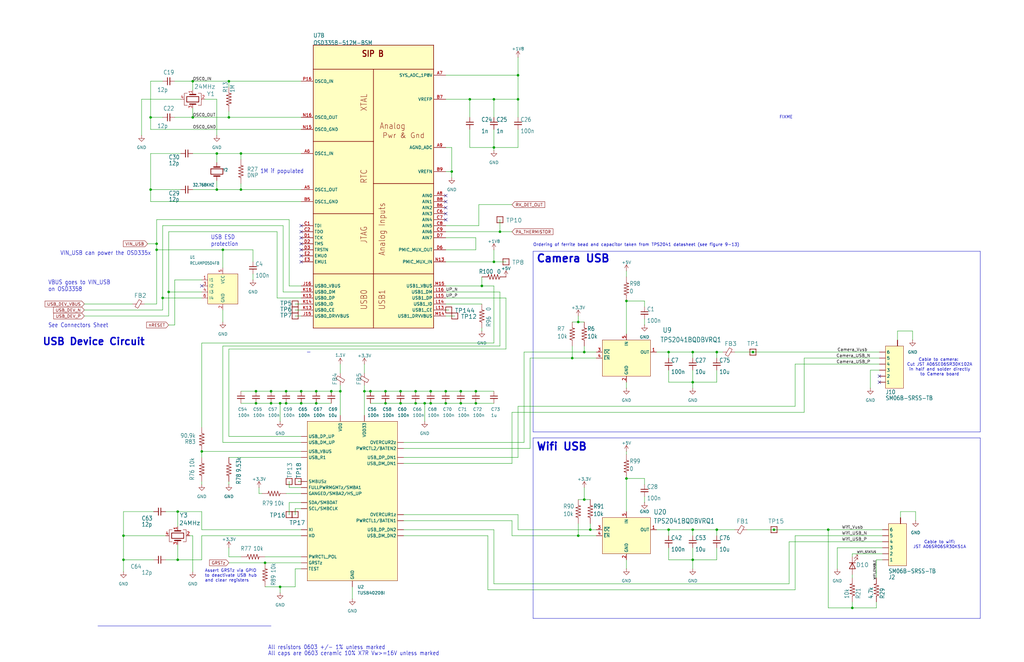
<source format=kicad_sch>
(kicad_sch (version 20250114) (generator "eeschema") (generator_version "9.0")
  (paper "B")
  (title_block (title "Oresat Live Card") (date "2025-09-15") (rev "2.1"))
  (text "USB ESD\nprotection" (at 88.9 104.14 0) (effects (font (size 1.778 1.5113)) (justify left bottom)))
  (text "USB Device Circuit" (at 17.78 146.05 0) (effects (font (size 3 3) (thickness 0.6) (bold yes)) (justify left bottom)))
  (text "VIN_USB can power the OSD335x" (at 25.4 107.95 0) (effects (font (size 1.778 1.5113)) (justify left bottom)))
  (text "See Connectors Sheet" (at 20.32 138.43 0) (effects (font (size 1.778 1.5113)) (justify left bottom)))
  (text "All caps are 0603 ceramic 10% X7R Vw>=16V unless marked" (at 113.03 276.86 0) (effects (font (size 1.778 1.5113)) (justify left bottom)))
  (text "Ordering of ferrite bead and capacitor taken from TPS2041 datasheet (see figure 9-13)" (at 224.79 104.14 0) (effects (font (size 1.27 1.27)) (justify left bottom)))
  (text "1M if populated" (at 109.728 73.406 0) (effects (font (size 1.778 1.5113)) (justify left bottom)))
  (text "Cable to camera: \nCut JST A06SE06SR30K102A\nin half and solder directly\nto Camera board" (at 396.24 154.94 0) (effects (font (size 1.27 1.27))))
  (text "Cable to wifi:\nJST A06SR06SR30K51A" (at 396.24 229.87 0) (effects (font (size 1.27 1.27))))
  (text "All resistors 0603 +/- 1% unless marked" (at 113.03 274.32 0) (effects (font (size 1.778 1.5113)) (justify left bottom)))
  (text "VBUS goes to VIN_USB\non OSD3358" (at 20.32 123.19 0) (effects (font (size 1.778 1.5113)) (justify left bottom)))
  (text "Assert GRSTz via GPIO\nto deactivate USB hub \nand clear registers\n" (at 86.36 245.745 0) (effects (font (size 1.27 1.27)) (justify left bottom)))
  (text "FIXME" (at 331.47 49.53 0) (effects (font (size 1.27 1.27))))
  (text "Wifi USB\n" (at 226.06 190.5 0) (effects (font (size 3.2385 3.2385) (thickness 0.6477) (bold yes)) (justify left bottom)))
  (text "1.1" (at 560.07 443.23 0) (effects (font (size 3.81 3.2385)) (justify left bottom)))
  (text "Camera USB\n" (at 226.06 111.125 0) (effects (font (size 3.2385 3.2385) (thickness 0.6477) (bold yes)) (justify left bottom)))
  (junction (at 264.16 201.93))
  (junction (at 156.21 165.1))
  (junction (at 194.31 170.18))
  (junction (at 179.07 170.18))
  (junction (at 143.51 165.1))
  (junction (at 74.93 236.22))
  (junction (at 241.3 151.13))
  (junction (at 127 170.18))
  (junction (at 292.1 223.52))
  (junction (at 91.44 80.01))
  (junction (at 91.44 64.77))
  (junction (at 74.93 215.9))
  (junction (at 96.52 34.29))
  (junction (at 248.92 223.52))
  (junction (at 246.38 210.82))
  (junction (at 111.76 237.49))
  (junction (at 218.44 31.75))
  (junction (at 81.28 49.53))
  (junction (at 118.11 247.65))
  (junction (at 200.66 165.1))
  (junction (at 85.09 190.5))
  (junction (at 208.28 41.91))
  (junction (at 101.6 64.77))
  (junction (at 68.58 125.73))
  (junction (at 162.56 170.18))
  (junction (at 153.67 165.1))
  (junction (at 302.26 148.59))
  (junction (at 181.61 165.1))
  (junction (at 52.07 226.06))
  (junction (at 326.39 223.52))
  (junction (at 292.1 161.29))
  (junction (at 120.65 165.1))
  (junction (at 292.1 236.22))
  (junction (at 281.94 223.52))
  (junction (at 317.5 148.59))
  (junction (at 210.82 97.79))
  (junction (at 281.94 148.59))
  (junction (at 264.16 127))
  (junction (at 218.44 41.91))
  (junction (at 107.95 165.1))
  (junction (at 208.28 110.49))
  (junction (at 52.07 236.22))
  (junction (at 133.35 170.18))
  (junction (at 93.98 105.41))
  (junction (at 71.12 123.19))
  (junction (at 203.2 120.65))
  (junction (at 66.04 105.41))
  (junction (at 198.12 41.91))
  (junction (at 181.61 170.18))
  (junction (at 66.04 102.87))
  (junction (at 349.25 223.52))
  (junction (at 187.96 170.18))
  (junction (at 292.1 148.59))
  (junction (at 168.91 165.1))
  (junction (at 118.11 170.18))
  (junction (at 187.96 165.1))
  (junction (at 190.5 72.39))
  (junction (at 96.52 49.53))
  (junction (at 81.28 34.29))
  (junction (at 246.38 148.59))
  (junction (at 114.3 170.18))
  (junction (at 302.26 223.52))
  (junction (at 243.84 135.89))
  (junction (at 101.6 80.01))
  (junction (at 107.95 170.18))
  (junction (at 139.7 165.1))
  (junction (at 133.35 165.1))
  (junction (at 168.91 170.18))
  (junction (at 162.56 165.1))
  (junction (at 175.26 165.1))
  (junction (at 194.31 165.1))
  (junction (at 127 165.1))
  (junction (at 114.3 165.1))
  (junction (at 200.66 170.18))
  (junction (at 63.5 49.53))
  (junction (at 63.5 80.01))
  (junction (at 208.28 62.23))
  (junction (at 359.41 256.54))
  (junction (at 243.84 226.06))
  (junction (at 120.65 170.18))
  (junction (at 175.26 170.18))
  (no_connect (at 85.09 120.65))
  (no_connect (at 127 110.49))
  (no_connect (at 187.96 92.71))
  (no_connect (at 370.84 161.29))
  (no_connect (at 187.96 90.17))
  (no_connect (at 127 95.25))
  (no_connect (at 187.96 85.09))
  (no_connect (at 127 107.95))
  (no_connect (at 370.84 158.75))
  (no_connect (at 127 100.33))
  (no_connect (at 127 102.87))
  (no_connect (at 127 105.41))
  (no_connect (at 187.96 87.63))
  (no_connect (at 127 97.79))
  (no_connect (at 187.96 82.55))
  (wire (pts (xy 116.84 97.79) (xy 71.12 97.79)))
  (wire (pts (xy 203.2 128.27) (xy 187.96 128.27)))
  (wire (pts (xy 264.16 140.97) (xy 264.16 127)))
  (wire (pts (xy 127 205.74) (xy 121.92 205.74)))
  (wire (pts (xy 386.08 219.71) (xy 386.08 215.9)))
  (wire (pts (xy 292.1 148.59) (xy 292.1 151.13)))
  (wire (pts (xy 96.52 234.95) (xy 101.6 234.95)))
  (wire (pts (xy 201.93 86.36) (xy 215.9 86.36)))
  (wire (pts (xy 85.09 190.5) (xy 127 190.5)))
  (wire (pts (xy 181.61 165.1) (xy 187.96 165.1)))
  (wire (pts (xy 69.85 215.9) (xy 74.93 215.9)))
  (wire (pts (xy 246.38 205.74) (xy 246.38 210.82)))
  (wire (pts (xy 52.07 236.22) (xy 52.07 226.06)))
  (wire (pts (xy 66.04 105.41) (xy 66.04 102.87)))
  (wire (pts (xy 218.44 171.45) (xy 335.28 171.45)))
  (wire (pts (xy 201.93 95.25) (xy 201.93 86.36)))
  (wire (pts (xy 170.18 223.52) (xy 208.28 223.52)))
  (wire (pts (xy 213.36 147.32) (xy 213.36 125.73)))
  (wire (pts (xy 218.44 217.17) (xy 218.44 223.52)))
  (wire (pts (xy 271.78 134.62) (xy 271.78 137.16)))
  (wire (pts (xy 208.28 105.41) (xy 208.28 110.49)))
  (wire (pts (xy 85.09 144.78) (xy 208.28 144.78)))
  (wire (pts (xy 120.65 165.1) (xy 127 165.1)))
  (wire (pts (xy 349.25 256.54) (xy 349.25 223.52)))
  (wire (pts (xy 91.44 41.91) (xy 91.44 57.15)))
  (wire (pts (xy 302.26 148.59) (xy 302.26 151.13)))
  (wire (pts (xy 181.61 170.18) (xy 187.96 170.18)))
  (wire (pts (xy 215.9 226.06) (xy 243.84 226.06)))
  (wire (pts (xy 208.28 54.61) (xy 208.28 62.23)))
  (wire (pts (xy 74.93 215.9) (xy 85.09 215.9)))
  (wire (pts (xy 168.91 170.18) (xy 175.26 170.18)))
  (wire (pts (xy 378.46 139.7) (xy 378.46 143.51)))
  (wire (pts (xy 162.56 165.1) (xy 168.91 165.1)))
  (wire (pts (xy 213.36 110.49) (xy 208.28 110.49)))
  (wire (pts (xy 198.12 41.91) (xy 198.12 49.53)))
  (wire (pts (xy 271.78 204.47) (xy 271.78 201.93)))
  (wire (pts (xy 127 226.06) (xy 85.09 226.06)))
  (wire (pts (xy 281.94 151.13) (xy 281.94 148.59)))
  (wire (pts (xy 153.67 162.56) (xy 153.67 165.1)))
  (wire (pts (xy 264.16 215.9) (xy 264.16 201.93)))
  (wire (pts (xy 370.84 156.21) (xy 367.03 156.21)))
  (wire (pts (xy 353.06 231.14) (xy 372.11 231.14)))
  (wire (pts (xy 243.84 135.89) (xy 246.38 135.89)))
  (wire (pts (xy 271.78 127) (xy 264.16 127)))
  (wire (pts (xy 153.67 165.1) (xy 156.21 165.1)))
  (wire (pts (xy 127 120.65) (xy 121.92 120.65)))
  (wire (pts (xy 359.41 234.95) (xy 359.41 233.68)))
  (wire (pts (xy 91.44 80.01) (xy 81.28 80.01)))
  (wire (pts (xy 335.28 226.06) (xy 372.11 226.06)))
  (wire (pts (xy 200.66 100.33) (xy 200.66 105.41)))
  (wire (pts (xy 68.58 49.53) (xy 63.5 49.53)))
  (wire (pts (xy 218.44 223.52) (xy 248.92 223.52)))
  (wire (pts (xy 243.84 210.82) (xy 246.38 210.82)))
  (wire (pts (xy 73.66 49.53) (xy 81.28 49.53)))
  (wire (pts (xy 187.96 72.39) (xy 190.5 72.39)))
  (wire (pts (xy 162.56 170.18) (xy 168.91 170.18)))
  (wire (pts (xy 170.18 219.71) (xy 215.9 219.71)))
  (wire (pts (xy 80.01 226.06) (xy 81.28 226.06)))
  (wire (pts (xy 175.26 170.18) (xy 179.07 170.18)))
  (wire (pts (xy 91.44 64.77) (xy 81.28 64.77)))
  (wire (pts (xy 200.66 165.1) (xy 208.28 165.1)))
  (wire (pts (xy 133.35 170.18) (xy 139.7 170.18)))
  (wire (pts (xy 187.96 95.25) (xy 201.93 95.25)))
  (wire (pts (xy 156.21 165.1) (xy 162.56 165.1)))
  (polyline (pts (xy 224.79 106.045) (xy 224.79 182.245)))
  (wire (pts (xy 302.26 223.52) (xy 302.26 226.06)))
  (wire (pts (xy 121.92 92.71) (xy 66.04 92.71)))
  (wire (pts (xy 335.28 248.92) (xy 335.28 226.06)))
  (wire (pts (xy 91.44 76.2) (xy 91.44 80.01)))
  (wire (pts (xy 81.28 45.72) (xy 81.28 49.53)))
  (wire (pts (xy 120.65 170.18) (xy 127 170.18)))
  (wire (pts (xy 281.94 161.29) (xy 292.1 161.29)))
  (wire (pts (xy 63.5 64.77) (xy 76.2 64.77)))
  (wire (pts (xy 205.74 248.92) (xy 335.28 248.92)))
  (wire (pts (xy 85.09 203.2) (xy 85.09 204.47)))
  (wire (pts (xy 116.84 125.73) (xy 116.84 97.79)))
  (wire (pts (xy 302.26 156.21) (xy 302.26 161.29)))
  (wire (pts (xy 71.12 123.19) (xy 85.09 123.19)))
  (wire (pts (xy 139.7 165.1) (xy 143.51 165.1)))
  (wire (pts (xy 187.96 100.33) (xy 200.66 100.33)))
  (wire (pts (xy 60.96 128.27) (xy 66.04 128.27)))
  (wire (pts (xy 220.98 148.59) (xy 220.98 186.69)))
  (wire (pts (xy 281.94 148.59) (xy 292.1 148.59)))
  (wire (pts (xy 281.94 226.06) (xy 281.94 223.52)))
  (wire (pts (xy 369.57 236.22) (xy 372.11 236.22)))
  (wire (pts (xy 187.96 31.75) (xy 218.44 31.75)))
  (wire (pts (xy 106.68 105.41) (xy 93.98 105.41)))
  (wire (pts (xy 127 212.09) (xy 121.92 212.09)))
  (wire (pts (xy 96.52 36.83) (xy 96.52 34.29)))
  (wire (pts (xy 205.74 226.06) (xy 205.74 248.92)))
  (wire (pts (xy 187.96 165.1) (xy 194.31 165.1)))
  (wire (pts (xy 187.96 41.91) (xy 198.12 41.91)))
  (wire (pts (xy 248.92 223.52) (xy 248.92 220.98)))
  (wire (pts (xy 93.98 146.05) (xy 210.82 146.05)))
  (wire (pts (xy 63.5 80.01) (xy 63.5 85.09)))
  (wire (pts (xy 96.52 147.32) (xy 213.36 147.32)))
  (wire (pts (xy 208.28 62.23) (xy 218.44 62.23)))
  (wire (pts (xy 349.25 223.52) (xy 372.11 223.52)))
  (wire (pts (xy 127 54.61) (xy 63.5 54.61)))
  (wire (pts (xy 187.96 62.23) (xy 190.5 62.23)))
  (wire (pts (xy 85.09 226.06) (xy 85.09 236.22)))
  (wire (pts (xy 292.1 236.22) (xy 302.26 236.22)))
  (wire (pts (xy 63.5 49.53) (xy 63.5 34.29)))
  (wire (pts (xy 52.07 215.9) (xy 64.77 215.9)))
  (wire (pts (xy 218.44 31.75) (xy 218.44 41.91)))
  (wire (pts (xy 187.96 170.18) (xy 194.31 170.18)))
  (polyline (pts (xy 224.79 184.785) (xy 224.79 260.985)))
  (wire (pts (xy 349.25 256.54) (xy 359.41 256.54)))
  (wire (pts (xy 127 214.63) (xy 124.46 214.63)))
  (wire (pts (xy 168.91 165.1) (xy 175.26 165.1)))
  (wire (pts (xy 106.68 105.41) (xy 106.68 110.49)))
  (wire (pts (xy 187.96 133.35) (xy 191.77 133.35)))
  (wire (pts (xy 96.52 231.14) (xy 96.52 234.95)))
  (wire (pts (xy 124.46 240.03) (xy 124.46 247.65)))
  (wire (pts (xy 194.31 165.1) (xy 200.66 165.1)))
  (wire (pts (xy 68.58 34.29) (xy 63.5 34.29)))
  (wire (pts (xy 218.44 24.13) (xy 218.44 31.75)))
  (wire (pts (xy 264.16 190.5) (xy 264.16 191.77)))
  (wire (pts (xy 81.28 34.29) (xy 81.28 38.1)))
  (wire (pts (xy 156.21 170.18) (xy 162.56 170.18)))
  (wire (pts (xy 332.74 228.6) (xy 372.11 228.6)))
  (wire (pts (xy 52.07 236.22) (xy 52.07 241.3)))
  (wire (pts (xy 241.3 151.13) (xy 251.46 151.13)))
  (wire (pts (xy 111.76 247.65) (xy 118.11 247.65)))
  (wire (pts (xy 127 64.77) (xy 101.6 64.77)))
  (wire (pts (xy 292.1 223.52) (xy 302.26 223.52)))
  (wire (pts (xy 276.86 223.52) (xy 281.94 223.52)))
  (wire (pts (xy 292.1 148.59) (xy 302.26 148.59)))
  (wire (pts (xy 369.57 254) (xy 369.57 256.54)))
  (wire (pts (xy 218.44 41.91) (xy 218.44 49.53)))
  (wire (pts (xy 359.41 256.54) (xy 359.41 254)))
  (wire (pts (xy 124.46 214.63) (xy 124.46 217.17)))
  (wire (pts (xy 52.07 226.06) (xy 52.07 215.9)))
  (wire (pts (xy 353.06 231.14) (xy 353.06 240.03)))
  (wire (pts (xy 118.11 247.65) (xy 118.11 250.19)))
  (wire (pts (xy 281.94 156.21) (xy 281.94 161.29)))
  (wire (pts (xy 114.3 170.18) (xy 118.11 170.18)))
  (wire (pts (xy 243.84 226.06) (xy 251.46 226.06)))
  (wire (pts (xy 143.51 165.1) (xy 143.51 175.26)))
  (wire (pts (xy 326.39 223.52) (xy 349.25 223.52)))
  (wire (pts (xy 215.9 219.71) (xy 215.9 226.06)))
  (wire (pts (xy 96.52 184.15) (xy 96.52 147.32)))
  (wire (pts (xy 91.44 80.01) (xy 101.6 80.01)))
  (wire (pts (xy 292.1 236.22) (xy 292.1 240.03)))
  (wire (pts (xy 107.95 165.1) (xy 114.3 165.1)))
  (wire (pts (xy 59.69 41.91) (xy 76.2 41.91)))
  (wire (pts (xy 109.22 205.74) (xy 109.22 208.28)))
  (wire (pts (xy 332.74 246.38) (xy 332.74 228.6)))
  (wire (pts (xy 81.28 226.06) (xy 81.28 241.3)))
  (wire (pts (xy 81.28 34.29) (xy 96.52 34.29)))
  (wire (pts (xy 170.18 189.23) (xy 223.52 189.23)))
  (wire (pts (xy 190.5 62.23) (xy 190.5 72.39)))
  (wire (pts (xy 96.52 184.15) (xy 127 184.15)))
  (wire (pts (xy 220.98 148.59) (xy 246.38 148.59)))
  (wire (pts (xy 203.2 116.84) (xy 203.2 120.65)))
  (wire (pts (xy 384.81 139.7) (xy 384.81 143.51)))
  (wire (pts (xy 93.98 105.41) (xy 66.04 105.41)))
  (wire (pts (xy 62.23 102.87) (xy 66.04 102.87)))
  (polyline (pts (xy 224.79 260.985) (xy 413.385 260.985)))
  (wire (pts (xy 74.93 229.87) (xy 74.93 236.22)))
  (wire (pts (xy 96.52 193.04) (xy 127 193.04)))
  (wire (pts (xy 379.73 215.9) (xy 386.08 215.9)))
  (wire (pts (xy 93.98 105.41) (xy 93.98 113.03)))
  (wire (pts (xy 170.18 195.58) (xy 215.9 195.58)))
  (wire (pts (xy 223.52 151.13) (xy 241.3 151.13)))
  (wire (pts (xy 93.98 186.69) (xy 93.98 146.05)))
  (wire (pts (xy 208.28 120.65) (xy 208.28 144.78)))
  (wire (pts (xy 208.28 223.52) (xy 208.28 246.38)))
  (wire (pts (xy 124.46 240.03) (xy 127 240.03)))
  (wire (pts (xy 335.28 171.45) (xy 335.28 153.67)))
  (wire (pts (xy 248.92 223.52) (xy 251.46 223.52)))
  (wire (pts (xy 121.92 212.09) (xy 121.92 217.17)))
  (wire (pts (xy 86.36 41.91) (xy 91.44 41.91)))
  (wire (pts (xy 384.81 139.7) (xy 378.46 139.7)))
  (wire (pts (xy 187.96 125.73) (xy 213.36 125.73)))
  (wire (pts (xy 246.38 148.59) (xy 246.38 146.05)))
  (wire (pts (xy 143.51 153.67) (xy 143.51 157.48)))
  (wire (pts (xy 127 125.73) (xy 116.84 125.73)))
  (wire (pts (xy 271.78 129.54) (xy 271.78 127)))
  (wire (pts (xy 68.58 125.73) (xy 85.09 125.73)))
  (wire (pts (xy 85.09 223.52) (xy 127 223.52)))
  (wire (pts (xy 281.94 223.52) (xy 292.1 223.52)))
  (wire (pts (xy 198.12 62.23) (xy 208.28 62.23)))
  (wire (pts (xy 127 80.01) (xy 101.6 80.01)))
  (polyline (pts (xy 224.79 106.045) (xy 413.385 106.045)))
  (wire (pts (xy 111.76 234.95) (xy 127 234.95)))
  (wire (pts (xy 63.5 80.01) (xy 76.2 80.01)))
  (wire (pts (xy 302.26 148.59) (xy 304.8 148.59)))
  (wire (pts (xy 292.1 156.21) (xy 292.1 161.29)))
  (wire (pts (xy 85.09 180.34) (xy 85.09 144.78)))
  (wire (pts (xy 35.56 133.35) (xy 71.12 133.35)))
  (wire (pts (xy 179.07 170.18) (xy 179.07 177.8)))
  (wire (pts (xy 314.96 223.52) (xy 326.39 223.52)))
  (wire (pts (xy 276.86 148.59) (xy 281.94 148.59)))
  (wire (pts (xy 175.26 165.1) (xy 181.61 165.1)))
  (polyline (pts (xy 129.54 148.59) (xy 130.81 148.59)))
  (wire (pts (xy 292.1 223.52) (xy 292.1 226.06)))
  (wire (pts (xy 359.41 233.68) (xy 372.11 233.68)))
  (wire (pts (xy 200.66 105.41) (xy 187.96 105.41)))
  (wire (pts (xy 121.92 205.74) (xy 121.92 203.2)))
  (wire (pts (xy 243.84 220.98) (xy 243.84 226.06)))
  (polyline (pts (xy 41.275 264.16) (xy 114.3 264.16)))
  (wire (pts (xy 85.09 190.5) (xy 85.09 193.04)))
  (wire (pts (xy 200.66 170.18) (xy 208.28 170.18)))
  (wire (pts (xy 96.52 49.53) (xy 96.52 46.99)))
  (wire (pts (xy 93.98 186.69) (xy 127 186.69)))
  (wire (pts (xy 73.66 118.11) (xy 85.09 118.11)))
  (wire (pts (xy 179.07 170.18) (xy 181.61 170.18)))
  (wire (pts (xy 127 123.19) (xy 119.38 123.19)))
  (wire (pts (xy 68.58 95.25) (xy 68.58 125.73)))
  (wire (pts (xy 208.28 49.53) (xy 208.28 41.91)))
  (wire (pts (xy 96.52 203.2) (xy 96.52 204.47)))
  (wire (pts (xy 125.73 203.2) (xy 127 203.2)))
  (wire (pts (xy 66.04 105.41) (xy 66.04 128.27)))
  (wire (pts (xy 101.6 170.18) (xy 107.95 170.18)))
  (wire (pts (xy 243.84 135.89) (xy 243.84 133.35)))
  (wire (pts (xy 52.07 226.06) (xy 69.85 226.06)))
  (wire (pts (xy 93.98 130.81) (xy 93.98 135.89)))
  (wire (pts (xy 210.82 146.05) (xy 210.82 123.19)))
  (wire (pts (xy 339.09 151.13) (xy 339.09 173.99)))
  (wire (pts (xy 101.6 77.47) (xy 101.6 80.01)))
  (wire (pts (xy 110.49 208.28) (xy 109.22 208.28)))
  (wire (pts (xy 335.28 153.67) (xy 370.84 153.67)))
  (wire (pts (xy 309.88 223.52) (xy 302.26 223.52)))
  (wire (pts (xy 264.16 163.83) (xy 264.16 161.29)))
  (wire (pts (xy 264.16 114.3) (xy 264.16 116.84)))
  (wire (pts (xy 91.44 64.77) (xy 91.44 68.58)))
  (wire (pts (xy 215.9 173.99) (xy 339.09 173.99)))
  (wire (pts (xy 369.57 256.54) (xy 359.41 256.54)))
  (wire (pts (xy 74.93 215.9) (xy 74.93 222.25)))
  (wire (pts (xy 101.6 165.1) (xy 107.95 165.1)))
  (wire (pts (xy 71.12 97.79) (xy 71.12 123.19)))
  (wire (pts (xy 73.66 34.29) (xy 81.28 34.29)))
  (wire (pts (xy 369.57 243.84) (xy 369.57 236.22)))
  (wire (pts (xy 208.28 62.23) (xy 208.28 63.5)))
  (wire (pts (xy 210.82 92.71) (xy 210.82 97.79)))
  (wire (pts (xy 66.04 92.71) (xy 66.04 102.87)))
  (wire (pts (xy 52.07 236.22) (xy 64.77 236.22)))
  (wire (pts (xy 118.11 247.65) (xy 124.46 247.65)))
  (polyline (pts (xy 224.79 184.785) (xy 413.385 184.785)))
  (wire (pts (xy 96.52 49.53) (xy 127 49.53)))
  (wire (pts (xy 218.44 171.45) (xy 218.44 193.04)))
  (wire (pts (xy 203.2 120.65) (xy 208.28 120.65)))
  (wire (pts (xy 292.1 231.14) (xy 292.1 236.22)))
  (wire (pts (xy 170.18 186.69) (xy 220.98 186.69)))
  (wire (pts (xy 127 34.29) (xy 96.52 34.29)))
  (wire (pts (xy 124.46 128.27) (xy 127 128.27)))
  (wire (pts (xy 35.56 130.81) (xy 68.58 130.81)))
  (wire (pts (xy 114.3 165.1) (xy 120.65 165.1)))
  (wire (pts (xy 127 165.1) (xy 133.35 165.1)))
  (wire (pts (xy 69.85 236.22) (xy 74.93 236.22)))
  (wire (pts (xy 63.5 54.61) (xy 63.5 49.53)))
  (wire (pts (xy 74.93 236.22) (xy 85.09 236.22)))
  (wire (pts (xy 119.38 95.25) (xy 68.58 95.25)))
  (wire (pts (xy 101.6 67.31) (xy 101.6 64.77)))
  (wire (pts (xy 208.28 246.38) (xy 332.74 246.38)))
  (wire (pts (xy 170.18 217.17) (xy 218.44 217.17)))
  (wire (pts (xy 59.69 41.91) (xy 59.69 57.15)))
  (wire (pts (xy 124.46 130.81) (xy 127 130.81)))
  (wire (pts (xy 367.03 156.21) (xy 367.03 163.83)))
  (wire (pts (xy 271.78 209.55) (xy 271.78 212.09)))
  (wire (pts (xy 241.3 146.05) (xy 241.3 151.13)))
  (wire (pts (xy 215.9 173.99) (xy 215.9 195.58)))
  (wire (pts (xy 359.41 243.84) (xy 359.41 242.57)))
  (wire (pts (xy 111.76 237.49) (xy 127 237.49)))
  (wire (pts (xy 198.12 41.91) (xy 208.28 41.91)))
  (wire (pts (xy 309.88 148.59) (xy 317.5 148.59)))
  (wire (pts (xy 119.38 123.19) (xy 119.38 95.25)))
  (wire (pts (xy 292.1 163.83) (xy 292.1 161.29)))
  (wire (pts (xy 120.65 208.28) (xy 127 208.28)))
  (wire (pts (xy 118.11 170.18) (xy 118.11 177.8)))
  (wire (pts (xy 127 170.18) (xy 133.35 170.18)))
  (wire (pts (xy 281.94 231.14) (xy 281.94 236.22)))
  (wire (pts (xy 153.67 165.1) (xy 153.67 175.26)))
  (wire (pts (xy 208.28 41.91) (xy 218.44 41.91)))
  (wire (pts (xy 81.28 49.53) (xy 96.52 49.53)))
  (wire (pts (xy 246.38 210.82) (xy 248.92 210.82)))
  (wire (pts (xy 96.52 237.49) (xy 111.76 237.49)))
  (wire (pts (xy 264.16 236.22) (xy 264.16 240.03)))
  (wire (pts (xy 271.78 201.93) (xy 264.16 201.93)))
  (wire (pts (xy 281.94 236.22) (xy 292.1 236.22)))
  (wire (pts (xy 218.44 54.61) (xy 218.44 62.23)))
  (polyline (pts (xy 413.385 260.985) (xy 413.385 184.785)))
  (wire (pts (xy 223.52 151.13) (xy 223.52 189.23)))
  (wire (pts (xy 101.6 64.77) (xy 91.44 64.77)))
  (wire (pts (xy 106.68 115.57) (xy 106.68 118.11)))
  (wire (pts (xy 208.28 110.49) (xy 187.96 110.49)))
  (wire (pts (xy 292.1 161.29) (xy 302.26 161.29)))
  (wire (pts (xy 241.3 135.89) (xy 243.84 135.89)))
  (wire (pts (xy 71.12 123.19) (xy 71.12 133.35)))
  (wire (pts (xy 107.95 170.18) (xy 114.3 170.18)))
  (wire (pts (xy 121.92 120.65) (xy 121.92 92.71)))
  (wire (pts (xy 190.5 72.39) (xy 190.5 74.93)))
  (wire (pts (xy 153.67 153.67) (xy 153.67 157.48)))
  (wire (pts (xy 194.31 170.18) (xy 200.66 170.18)))
  (wire (pts (xy 187.96 120.65) (xy 203.2 120.65)))
  (wire (pts (xy 339.09 151.13) (xy 370.84 151.13)))
  (wire (pts (xy 143.51 162.56) (xy 143.51 165.1)))
  (wire (pts (xy 73.66 118.11) (xy 73.66 137.16)))
  (wire (pts (xy 170.18 193.04) (xy 218.44 193.04)))
  (wire (pts (xy 63.5 85.09) (xy 127 85.09)))
  (wire (pts (xy 68.58 125.73) (xy 68.58 130.81)))
  (wire (pts (xy 63.5 64.77) (xy 63.5 80.01)))
  (wire (pts (xy 133.35 165.1) (xy 139.7 165.1)))
  (polyline (pts (xy 224.79 182.245) (xy 413.385 182.245)))
  (wire (pts (xy 187.96 123.19) (xy 210.82 123.19)))
  (wire (pts (xy 35.56 128.27) (xy 55.88 128.27)))
  (wire (pts (xy 251.46 148.59) (xy 246.38 148.59)))
  (wire (pts (xy 118.11 170.18) (xy 120.65 170.18)))
  (wire (pts (xy 210.82 97.79) (xy 187.96 97.79)))
  (wire (pts (xy 170.18 226.06) (xy 205.74 226.06)))
  (wire (pts (xy 379.73 215.9) (xy 379.73 218.44)))
  (polyline (pts (xy 413.385 182.245) (xy 413.385 106.045)))
  (wire (pts (xy 302.26 231.14) (xy 302.26 236.22)))
  (wire (pts (xy 85.09 215.9) (xy 85.09 223.52)))
  (wire (pts (xy 124.46 133.35) (xy 127 133.35)))
  (wire (pts (xy 198.12 54.61) (xy 198.12 62.23)))
  (wire (pts (xy 203.2 139.7) (xy 203.2 138.43)))
  (wire (pts (xy 148.59 247.65) (xy 148.59 252.73)))
  (wire (pts (xy 187.96 130.81) (xy 189.23 130.81)))
  (wire (pts (xy 73.66 137.16) (xy 71.12 137.16)))
  (wire (pts (xy 215.9 97.79) (xy 210.82 97.79)))
  (wire (pts (xy 317.5 148.59) (xy 370.84 148.59)))
  (label "Camera_USB_N" (at 367.03 151.13 180))
  (label "OSC0_GND" (at 81.28 54.61 0) (effects (font (size 1.2446 1.2446))))
  (label "OSC0_OUT" (at 81.28 49.53 0) (effects (font (size 1.2446 1.2446))))
  (label "Camera_USB_P" (at 367.03 153.67 180))
  (label "Camera_Vusb" (at 353.06 148.59 0))
  (label "Wifi_Vusb" (at 354.965 223.52 0))
  (label "Wifi_USB_N" (at 354.965 226.06 0))
  (label "Wifi_USB_P" (at 354.965 228.6 0))
  (label "WIFI_STATUS" (at 361.315 233.68 0) (effects (font (size 0.889 0.889))))
  (label "UP_P" (at 187.96 125.73 0))
  (label "WIFI_ENABLE" (at 369.57 236.22 270) (effects (font (size 0.889 0.889))))
  (label "OSC0_IN" (at 81.28 34.29 0) (effects (font (size 1.2446 1.2446))))
  (label "UP_N" (at 187.96 123.19 0))
  (global_label "PA_THERMISTOR" (shape input) (at 215.9 97.79 0) (property "Intersheetrefs" "${INTERSHEET_REFS}" (at 233.7623 97.79 0) (effects (font (size 0.889 0.889)) (justify left))))
  (global_label "nRESET" (shape input) (at 71.12 137.16 180) (property "Intersheetrefs" "${INTERSHEET_REFS}" (at 61.2407 137.16 0) (effects (justify right))))
  (global_label "GRSTz" (shape input) (at 96.52 237.49 180) (property "Intersheetrefs" "${INTERSHEET_REFS}" (at 88.3617 237.4106 0) (effects (justify right))))
  (global_label "USB_DEV_VBUS" (shape input) (at 35.56 128.27 180) (property "Intersheetrefs" "${INTERSHEET_REFS}" (at 18.4234 128.27 0) (effects (font (size 0.9957 0.9957)) (justify right))))
  (global_label "VIN_USB" (shape input) (at 62.23 102.87 180) (property "Intersheetrefs" "${INTERSHEET_REFS}" (at 51.4433 102.87 0) (effects (font (size 1.2446 1.2446)) (justify right))))
  (global_label "USB_DEV_P" (shape input) (at 35.56 133.35 180) (property "Intersheetrefs" "${INTERSHEET_REFS}" (at 22.052 133.35 0) (effects (font (size 0.9957 0.9957)) (justify right))))
  (global_label "RX_DET_OUT" (shape input) (at 215.9 86.36 0) (property "Intersheetrefs" "${INTERSHEET_REFS}" (at 230.3151 86.36 0) (effects (justify left))))
  (global_label "USB_DEV_N" (shape input) (at 35.56 130.81 180) (property "Intersheetrefs" "${INTERSHEET_REFS}" (at 21.9915 130.81 0) (effects (font (size 0.9957 0.9957)) (justify right))))
  (symbol (lib_id "oresat-misc:Test-Point-1mm-round") (at 124.46 217.17 270) (unit 1)
    (property "Reference" "TP17" (at 121.92 221.615 90) (effects (font (size 1.778 1.778)) (justify left bottom)))
    (property "Value" "TEST-POINT3X4" (effects (hide yes)))
    (property "Footprint" "oresat-misc:TestPoint_Pad_D1.0mm" (effects (hide yes)))
  )
  (symbol (lib_id "power:GND") (at 208.28 63.5 0) (unit 1)
    (property "Reference" "#PWR53" (effects (hide yes)))
    (property "Value" "GND" (at 208.28 68.58 0))
    (property "Description" "Power symbol creates a global label with name \"GND\" , ground" (effects (hide yes)))
  )
  (symbol (lib_id "oresat-misc:Test-Point-1mm-round") (at 124.46 128.27 90) (unit 1)
    (property "Reference" "TP5" (at 123.19 127 90) (effects (font (size 1.778 1.778)) (justify left bottom)))
    (property "Value" "TEST-POINT3X4" (effects (hide yes)))
    (property "Footprint" "oresat-misc:TestPoint_Pad_D1.0mm" (effects (hide yes)))
  )
  (symbol (lib_name "TPS2041BQDBVRQ1_1") (lib_id "oresat-ics:TPS2041BQDBVRQ1") (at 264.16 148.59 0) (unit 1)
    (property "Reference" "U9" (at 279.4 140.462 0) (effects (font (size 2.0828 1.7703)) (justify left bottom)))
    (property "Value" "TPS2041BQDBVRQ1" (at 278.384 144.526 0) (effects (font (size 2.0828 1.7703)) (justify left bottom)))
    (property "Footprint" "oresat-live-card:DBV5" (effects (hide yes)))
    (property "Datasheet" "https://www.ti.com/lit/ds/symlink/tps2041b-q1.pdf?HQS=dis-dk-null-digikeymode-dsf-pf-null-wwe&ts=1651525711603&ref_url=https%253A%252F%252Fwww.ti.com%252Fgeneral%252Fdocs%252Fsuppproductinfo.tsp%253FdistId%253D10%2526gotoUrl%253Dhttps%253A%252F%252Fwww.ti.com%252Flit%252Fgpn%252Ftps2041b-q1" (effects (hide yes)))
    (property "Description" "Power Switch/Driver 1:1 N-Channel 500mA" (effects (hide yes)))
    (property "MPN" "TPS2041BQDBVRQ1" (effects (hide yes)))
    (property "DPN" "296-25159-1-ND " (effects (hide yes)))
    (property "MFR" "Texas Instruments " (effects (hide yes)))
    (property "DIS" "DigiKey" (effects (hide yes)))
  )
  (symbol (lib_id "oresat-passives:R-US") (at 111.76 242.57 90) (unit 1)
    (property "Reference" "R89" (at 114.3 242.57 0) (effects (font (size 1.778 1.5113)) (justify right top)))
    (property "Value" "10k" (at 114.3 237.49 0) (effects (font (size 1.778 1.5113)) (justify right top)))
    (property "Footprint" "Resistor_SMD:R_0603_1608Metric" (effects (hide yes)))
    (property "Description" "RES SMD 10K OHM 1% 1/10W 0603" (effects (hide yes)))
    (property "MPN" "ERJ-3EKF1002V" (effects (hide yes)))
    (property "DPN" "P10.0KHCT-ND " (effects (hide yes)))
    (property "MFR" "Panasonic " (effects (hide yes)))
    (property "DIS" "DigiKey" (effects (hide yes)))
  )
  (symbol (lib_id "Device:C_Small") (at 133.35 167.64 0) (unit 1)
    (property "Reference" "C67" (at 132.08 172.72 0) (effects (justify left)))
    (property "Value" "100n" (at 132.08 175.26 0) (effects (justify left)))
    (property "Footprint" "Resistor_SMD:R_0603_1608Metric" (effects (hide yes)))
    (property "Description" "CAP CER 0.1UF 25V X7R 0603" (effects (hide yes)))
    (property "MPN" "CGA3E2X7R1E104K080AA " (effects (hide yes)))
    (property "DPN" "445-5667-1-ND " (effects (hide yes)))
    (property "MFR" "TDK Corporation " (effects (hide yes)))
    (property "DIS" "DigiKey" (effects (hide yes)))
  )
  (symbol (lib_id "oresat-passives:R-US") (at 264.16 121.92 90) (unit 1)
    (property "Reference" "R98" (at 265.43 120.65 90) (effects (font (size 1.778 1.5113)) (justify right top)))
    (property "Value" "0" (at 265.43 121.92 90) (effects (font (size 1.778 1.5113)) (justify right bottom)))
    (property "Footprint" "Resistor_SMD:R_0603_1608Metric" (effects (hide yes)))
    (property "Description" "RES SMD 0 OHM JUMPER 1/10W 0603" (effects (hide yes)))
    (property "MPN" "ERJ-3GEY0R00V " (effects (hide yes)))
    (property "DPN" "P0.0GCT-ND " (effects (hide yes)))
    (property "MFR" "Panasonic " (effects (hide yes)))
    (property "DIS" "DigiKey" (effects (hide yes)))
  )
  (symbol (lib_id "power:GND") (at 384.81 143.51 0) (unit 1)
    (property "Reference" "#PWR60" (effects (hide yes)))
    (property "Value" "GND" (at 384.81 148.59 0))
    (property "Description" "Power symbol creates a global label with name \"GND\" , ground" (effects (hide yes)))
  )
  (symbol (lib_id "oresat-ics:TPS2041BQDBVRQ1") (at 264.16 223.52 0) (unit 1)
    (property "Reference" "U20" (at 275.59 217.17 0) (effects (font (size 2.0828 1.7703)) (justify left bottom)))
    (property "Value" "TPS2041BQDBVRQ1" (at 275.59 220.98 0) (effects (font (size 2.0828 1.7703)) (justify left bottom)))
    (property "Footprint" "oresat-live-card:DBV5" (effects (hide yes)))
    (property "Datasheet" "https://www.ti.com/lit/ds/symlink/tps2041b-q1.pdf?HQS=dis-dk-null-digikeymode-dsf-pf-null-wwe&ts=1651525711603&ref_url=https%253A%252F%252Fwww.ti.com%252Fgeneral%252Fdocs%252Fsuppproductinfo.tsp%253FdistId%253D10%2526gotoUrl%253Dhttps%253A%252F%252Fwww.ti.com%252Flit%252Fgpn%252Ftps2041b-q1" (effects (hide yes)))
    (property "Description" "Power Switch/Driver 1:1 N-Channel 500mA" (effects (hide yes)))
    (property "MPN" "TPS2041BQDBVRQ1" (effects (hide yes)))
    (property "DPN" "296-25159-1-ND " (effects (hide yes)))
    (property "MFR" "Texas Instruments " (effects (hide yes)))
    (property "DIS" "DigiKey" (effects (hide yes)))
  )
  (symbol (lib_id "oresat-passives:R-US") (at 96.52 198.12 270) (unit 1)
    (property "Reference" "R78" (at 101.6 204.47 0) (effects (font (size 1.778 1.5113)) (justify right top)))
    (property "Value" "9.53k" (at 101.6 199.39 0) (effects (font (size 1.778 1.5113)) (justify right top)))
    (property "Footprint" "Resistor_SMD:R_0603_1608Metric" (effects (hide yes)))
    (property "Description" "RES 9.53K OHM 1% 1/10W 0603" (effects (hide yes)))
    (property "MPN" "ERJ-3EKF9531V " (effects (hide yes)))
    (property "DPN" "P9.53KHCT-ND " (effects (hide yes)))
    (property "MFR" "Panasonic " (effects (hide yes)))
    (property "DIS" "DigiKey" (effects (hide yes)))
  )
  (symbol (lib_id "oresat-connectors:SM06B-SRSS-TB(LF)(SN)") (at 379.73 231.14 0) (mirror x) (unit 1)
    (property "Reference" "J2" (at 374.65 242.57 0) (effects (font (size 1.778 1.5113)) (justify left bottom)))
    (property "Value" "SM06B-SRSS-TB" (at 374.65 240.03 0) (effects (font (size 1.778 1.5113)) (justify left bottom)))
    (property "Footprint" "oresat-live-card:CONN_SM06B-SRSS-TB_JST" (effects (hide yes)))
    (property "Description" "CONN HEADER SMD R/A 6POS 1MM" (effects (hide yes)))
    (property "MPN" "SM06B-SRSS-TB(LF)(SN)" (effects (hide yes)))
    (property "DPN" "306-M06BSRSSTBLFSNPP" (effects (hide yes)))
    (property "MFR" "JST Commercial " (effects (hide yes)))
  )
  (symbol (lib_id "power:+5V") (at 264.16 114.3 0) (unit 1)
    (property "Reference" "#PWR0170" (effects (hide yes)))
    (property "Value" "+5V" (at 264.16 110.744 0))
    (property "Description" "Power symbol creates a global label with name \"+5V\"" (effects (hide yes)))
  )
  (symbol (lib_id "Device:C_Small") (at 292.1 153.67 0) (unit 1)
    (property "Reference" "C27" (at 293.116 153.035 0) (effects (font (size 1.778 1.5113)) (justify left bottom)))
    (property "Value" "10u" (at 293.116 157.861 0) (effects (font (size 1.778 1.5113)) (justify left bottom)))
    (property "Footprint" "Resistor_SMD:R_0805_2012Metric" (effects (hide yes)))
    (property "Description" "CAP CER 10UF 16V X7S 0805" (effects (hide yes)))
    (property "MPN" "CGA4J1X7S1C106M125AC " (effects (hide yes)))
    (property "DPN" "445-16111-1-ND " (effects (hide yes)))
    (property "MFR" "TDK Corporation " (effects (hide yes)))
    (property "DIS" "DigiKey" (effects (hide yes)))
  )
  (symbol (lib_id "Device:C_Small") (at 162.56 167.64 0) (unit 1)
    (property "Reference" "C58" (at 161.29 172.72 0) (effects (justify left)))
    (property "Value" "100n" (at 161.29 175.26 0) (effects (justify left)))
    (property "Footprint" "Resistor_SMD:R_0603_1608Metric" (effects (hide yes)))
    (property "Description" "CAP CER 0.1UF 25V X7R 0603" (effects (hide yes)))
    (property "MPN" "CGA3E2X7R1E104K080AA " (effects (hide yes)))
    (property "DPN" "445-5667-1-ND " (effects (hide yes)))
    (property "MFR" "TDK Corporation " (effects (hide yes)))
    (property "DIS" "DigiKey" (effects (hide yes)))
  )
  (symbol (lib_id "Device:Crystal_GND24") (at 81.28 41.91 270) (unit 1)
    (property "Reference" "Y1" (at 88.9 40.64 90) (effects (font (size 1.778 1.778)) (justify bottom)))
    (property "Value" "24MHz" (at 86.36 35.56 90) (effects (font (size 1.778 1.778)) (justify top)))
    (property "Footprint" "oresat-live-card:5X3.2-4SMD" (effects (hide yes)))
    (property "Description" "CRYSTAL 24.0000MHZ 12PF SMD" (effects (hide yes)))
    (property "MPN" "ECS-240-20ECS-240-12-30BQ-AEN-TR -30B-TR" (effects (hide yes)))
    (property "DPN" "XC2580CT-ND " (effects (hide yes)))
    (property "MFR" "ECS Inc. " (effects (hide yes)))
    (property "DIS" "DigiKey" (effects (hide yes)))
  )
  (symbol (lib_id "power:GND") (at 118.11 177.8 0) (unit 1)
    (property "Reference" "#PWR61" (effects (hide yes)))
    (property "Value" "GND" (at 118.11 182.88 0))
    (property "Description" "Power symbol creates a global label with name \"GND\" , ground" (effects (hide yes)))
  )
  (symbol (lib_id "oresat-passives:R-US") (at 248.92 215.9 90) (unit 1)
    (property "Reference" "R91" (at 250.19 214.63 90) (effects (font (size 1.778 1.5113)) (justify right top)))
    (property "Value" "10k" (at 250.19 215.9 90) (effects (font (size 1.778 1.5113)) (justify right bottom)))
    (property "Footprint" "Resistor_SMD:R_0603_1608Metric" (effects (hide yes)))
    (property "Description" "RES SMD 10K OHM 1% 1/10W 0603" (effects (hide yes)))
    (property "MPN" "ERJ-3EKF1002V" (effects (hide yes)))
    (property "DPN" "P10.0KHCT-ND " (effects (hide yes)))
    (property "MFR" "Panasonic " (effects (hide yes)))
    (property "DIS" "DigiKey" (effects (hide yes)))
  )
  (symbol (lib_id "power:+3.3V") (at 246.38 205.74 0) (unit 1)
    (property "Reference" "#PWR0160" (effects (hide yes)))
    (property "Value" "+3.3V" (at 246.38 202.184 0))
    (property "Description" "Power symbol creates a global label with name \"+3.3V\"" (effects (hide yes)))
  )
  (symbol (lib_id "power:GND") (at 292.1 240.03 0) (unit 1)
    (property "Reference" "#PWR70" (effects (hide yes)))
    (property "Value" "GND" (at 292.1 245.11 0))
    (property "Description" "Power symbol creates a global label with name \"GND\" , ground" (effects (hide yes)))
  )
  (symbol (lib_id "Device:C_Small") (at 67.31 236.22 270) (unit 1)
    (property "Reference" "C64" (at 59.69 240.03 90) (effects (font (size 1.778 1.5113)) (justify right bottom)))
    (property "Value" "12p" (at 59.69 242.57 90) (effects (font (size 1.778 1.5113)) (justify left bottom)))
    (property "Footprint" "Resistor_SMD:R_0603_1608Metric" (effects (hide yes)))
    (property "Description" "CAP CER 12PF 50V C0G 0603" (effects (hide yes)))
    (property "MPN" "CGA3E2C0G1H120J080AA " (effects (hide yes)))
    (property "DPN" "445-5629-1-ND " (effects (hide yes)))
    (property "MFR" "TDK Corporation " (effects (hide yes)))
    (property "DIS" "DigiKey" (effects (hide yes)))
  )
  (symbol (lib_id "oresat-ics:RCLAMP0504FB") (at 93.98 121.92 0) (unit 1)
    (property "Reference" "U1" (at 80.01 109.22 0) (effects (font (size 1.27 1.0795)) (justify left bottom)))
    (property "Value" "RCLAMP0504FB" (at 80.01 111.76 0) (effects (font (size 1.27 1.0795)) (justify left bottom)))
    (property "Footprint" "oresat-live-card:SC70-6" (effects (hide yes)))
    (property "Description" "TVS DIODE 5V 17.5V SC70-6" (effects (hide yes)))
    (property "MPN" "RCLAMP0504FBTCT" (effects (hide yes)))
    (property "DPN" "RCLAMP0504FBTCTCT-ND " (effects (hide yes)))
    (property "MFR" "Semtech Corporation " (effects (hide yes)))
    (property "DIS" "DigiKey" (effects (hide yes)))
  )
  (symbol (lib_id "Device:C_Small") (at 127 167.64 0) (unit 1)
    (property "Reference" "C65" (at 125.73 172.72 0) (effects (justify left)))
    (property "Value" "100n" (at 125.73 175.26 0) (effects (justify left)))
    (property "Footprint" "Resistor_SMD:R_0603_1608Metric" (effects (hide yes)))
    (property "Description" "CAP CER 0.1UF 25V X7R 0603" (effects (hide yes)))
    (property "MPN" "CGA3E2X7R1E104K080AA " (effects (hide yes)))
    (property "DPN" "445-5667-1-ND " (effects (hide yes)))
    (property "MFR" "TDK Corporation " (effects (hide yes)))
    (property "DIS" "DigiKey" (effects (hide yes)))
  )
  (symbol (lib_id "oresat-misc:Test-Point-1mm-round") (at 210.82 92.71 90) (unit 1)
    (property "Reference" "TP10" (at 213.36 93.98 90) (effects (font (size 1.778 1.778)) (justify right top)))
    (property "Value" "TEST-POINT" (effects (hide yes)))
    (property "Footprint" "oresat-misc:TestPoint_Pad_D1.0mm" (effects (hide yes)))
  )
  (symbol (lib_id "power:+1V8") (at 218.44 24.13 0) (mirror y) (unit 1)
    (property "Reference" "#1V0102" (effects (hide yes)))
    (property "Value" "+1V8" (at 218.44 20.574 0))
    (property "Description" "Power symbol creates a global label with name \"+1V8\"" (effects (hide yes)))
  )
  (symbol (lib_id "oresat-misc:Test-Point-1mm-round") (at 121.92 203.2 90) (unit 1)
    (property "Reference" "TP13" (at 123.19 201.93 0) (effects (font (size 1.778 1.778)) (justify left bottom)))
    (property "Value" "TEST-POINT3X4" (effects (hide yes)))
    (property "Footprint" "oresat-misc:TestPoint_Pad_D1.0mm" (effects (hide yes)))
  )
  (symbol (lib_id "Device:C_Small") (at 302.26 228.6 0) (unit 1)
    (property "Reference" "C76" (at 303.276 227.965 0) (effects (font (size 1.778 1.5113)) (justify left bottom)))
    (property "Value" "10u" (at 303.276 232.791 0) (effects (font (size 1.778 1.5113)) (justify left bottom)))
    (property "Footprint" "Resistor_SMD:R_0805_2012Metric" (effects (hide yes)))
    (property "Description" "CAP CER 10UF 16V X7S 0805" (effects (hide yes)))
    (property "MPN" "CGA4J1X7S1C106M125AC " (effects (hide yes)))
    (property "DPN" "445-16111-1-ND " (effects (hide yes)))
    (property "MFR" "TDK Corporation " (effects (hide yes)))
    (property "DIS" "DigiKey" (effects (hide yes)))
  )
  (symbol (lib_id "Device:FerriteBead_Small") (at 143.51 160.02 180) (unit 1)
    (property "Reference" "FB4" (at 142.24 162.56 90) (effects (font (size 1.778 1.778)) (justify right top)))
    (property "Value" "MMZ1608Y221BTD25" (effects (hide yes)))
    (property "Footprint" "oresat-live-card:0603" (effects (hide yes)))
    (property "Description" "FERRITE BEAD 220 OHM 0603 1LN" (effects (hide yes)))
    (property "MPN" "MMZ1608Y221BTD25" (effects (hide yes)))
    (property "DPN" "445-MMZ1608Y221BTD25CT-ND " (effects (hide yes)))
    (property "MFR" "TDK Corporation " (effects (hide yes)))
    (property "DIS" "DigiKey" (effects (hide yes)))
  )
  (symbol (lib_id "power:GND") (at 264.16 163.83 0) (unit 1)
    (property "Reference" "#PWR56" (effects (hide yes)))
    (property "Value" "GND" (at 264.16 168.91 0))
    (property "Description" "Power symbol creates a global label with name \"GND\" , ground" (effects (hide yes)))
  )
  (symbol (lib_id "power:+3.3V") (at 96.52 231.14 0) (unit 1)
    (property "Reference" "#PWR0163" (effects (hide yes)))
    (property "Value" "+3.3V" (at 96.52 227.584 0))
    (property "Description" "Power symbol creates a global label with name \"+3.3V\"" (effects (hide yes)))
  )
  (symbol (lib_id "power:GND") (at 353.06 240.03 0) (unit 1)
    (property "Reference" "#PWR71" (effects (hide yes)))
    (property "Value" "GND" (at 353.06 245.11 0))
    (property "Description" "Power symbol creates a global label with name \"GND\" , ground" (effects (hide yes)))
  )
  (symbol (lib_id "Device:FerriteBead_Small") (at 153.67 160.02 180) (unit 1)
    (property "Reference" "FB5" (at 152.4 162.56 90) (effects (font (size 1.778 1.778)) (justify right top)))
    (property "Value" "MMZ1608Y221BTD25" (effects (hide yes)))
    (property "Footprint" "oresat-live-card:0603" (effects (hide yes)))
    (property "Description" "FERRITE BEAD 220 OHM 0603 1LN" (effects (hide yes)))
    (property "MPN" "MMZ1608Y221BTD25" (effects (hide yes)))
    (property "DPN" "445-MMZ1608Y221BTD25CT-ND " (effects (hide yes)))
    (property "MFR" "TDK Corporation " (effects (hide yes)))
    (property "DIS" "DigiKey" (effects (hide yes)))
  )
  (symbol (lib_id "power:GND") (at 292.1 163.83 0) (unit 1)
    (property "Reference" "#PWR57" (effects (hide yes)))
    (property "Value" "GND" (at 292.1 168.91 0))
    (property "Description" "Power symbol creates a global label with name \"GND\" , ground" (effects (hide yes)))
  )
  (symbol (lib_id "power:GND") (at 264.16 240.03 0) (unit 1)
    (property "Reference" "#PWR69" (effects (hide yes)))
    (property "Value" "GND" (at 264.16 245.11 0))
    (property "Description" "Power symbol creates a global label with name \"GND\" , ground" (effects (hide yes)))
  )
  (symbol (lib_id "oresat-misc:Test-Point-1mm-round") (at 317.5 148.59 90) (unit 1)
    (property "Reference" "TP1" (at 314.96 146.05 90) (effects (font (size 1.778 1.778)) (justify right top)))
    (property "Value" "TEST-POINT" (effects (hide yes)))
    (property "Footprint" "oresat-misc:TestPoint_Pad_D1.0mm" (effects (hide yes)))
  )
  (symbol (lib_id "Device:C_Small") (at 218.44 52.07 0) (unit 1)
    (property "Reference" "C26" (at 219.456 51.435 0) (effects (font (size 1.778 1.5113)) (justify left bottom)))
    (property "Value" "100n" (at 219.456 56.261 0) (effects (font (size 1.778 1.5113)) (justify left bottom)))
    (property "Footprint" "Resistor_SMD:R_0805_2012Metric" (effects (hide yes)))
    (property "Description" "CAP CER 0.1UF 50V X7R 0805" (effects (hide yes)))
    (property "MPN" "CGA4J2X7R1H104K125AE " (effects (hide yes)))
    (property "DPN" "445-15959-1-ND " (effects (hide yes)))
    (property "MFR" "TDK Corporation " (effects (hide yes)))
    (property "DIS" "DigiKey" (effects (hide yes)))
  )
  (symbol (lib_id "power:GND") (at 59.69 57.15 0) (unit 1)
    (property "Reference" "#PWR52" (effects (hide yes)))
    (property "Value" "GND" (at 59.69 62.23 0))
    (property "Description" "Power symbol creates a global label with name \"GND\" , ground" (effects (hide yes)))
  )
  (symbol (lib_id "oresat-ics:TUSB4020BI") (at 148.59 210.82 0) (unit 1)
    (property "Reference" "U2" (at 150.7333 247.65 0) (effects (justify left)))
    (property "Value" "TUSB4020BI" (at 150.7333 250.19 0) (effects (justify left)))
    (property "Footprint" "Package_QFP:TQFP-48-1EP_7x7mm_P0.5mm_EP5x5mm" (effects (hide yes)))
    (property "Datasheet" "https://www.ti.com/lit/ds/symlink/tusb4020bi.pdf?ts=1651536480134&ref_url=https%253A%252F%252Fwww.ti.com%252Fproduct%252FTUSB4020BI%253Futm_source%253Dgoogle%2526utm_medium%253Dcpc%2526utm_campaign%253Dasc-null-null-GPN_EN-cpc-pf-google-wwe%2526utm_content%253DTUSB4020BI%2526ds_k%253DTUSB4020BI%2526DCM%253Dyes%2526gclid%253DCjwKCAjwgr6TBhAGEiwA3aVuIRrJ5Jxk1ulO0jlDlG7RAaJmL9xFy9DEi5z9qbcQBDs3N7BwRoJLbRoCdxsQAvD_BwE%2526gclsrc%253Daw.ds" (effects (hide yes)))
    (property "Description" "IC USB 2.0 2PORT HUB IND 48HTQFP" (effects (hide yes)))
    (property "MPN" "TUSB4020BI" (effects (hide yes)))
    (property "DPN" "296-43165-1-ND " (effects (hide yes)))
    (property "MFR" "Texas Instruments " (effects (hide yes)))
    (property "DIS" "DigiKey" (effects (hide yes)))
  )
  (symbol (lib_id "Device:C_Small") (at 175.26 167.64 0) (unit 1)
    (property "Reference" "C66" (at 173.99 172.72 0) (effects (justify left)))
    (property "Value" "100n" (at 173.99 175.26 0) (effects (justify left)))
    (property "Footprint" "Resistor_SMD:R_0603_1608Metric" (effects (hide yes)))
    (property "Description" "CAP CER 0.1UF 25V X7R 0603" (effects (hide yes)))
    (property "MPN" "CGA3E2X7R1E104K080AA " (effects (hide yes)))
    (property "DPN" "445-5667-1-ND " (effects (hide yes)))
    (property "MFR" "TDK Corporation " (effects (hide yes)))
    (property "DIS" "DigiKey" (effects (hide yes)))
  )
  (symbol (lib_id "oresat-passives:R-US") (at 96.52 41.91 90) (unit 1)
    (property "Reference" "R13" (at 96.012 39.116 0) (effects (font (size 1.778 1.5113)) (justify left bottom)))
    (property "Value" "1M" (at 97.028 39.116 0) (effects (font (size 1.778 1.5113)) (justify left top)))
    (property "Footprint" "Resistor_SMD:R_0603_1608Metric" (effects (hide yes)))
    (property "Description" "RES SMD 1M OHM 1% 1/10W 0603" (effects (hide yes)))
    (property "MPN" "ERJ-3EKF1004V" (effects (hide yes)))
    (property "DPN" "P1.00MHCT-ND " (effects (hide yes)))
    (property "MFR" "Panasonic " (effects (hide yes)))
    (property "DIS" "DigiKey" (effects (hide yes)))
  )
  (symbol (lib_id "oresat-misc:Test-Point-1mm-round") (at 189.23 130.81 0) (unit 1)
    (property "Reference" "TP144" (at 191.77 132.08 0) (effects (font (size 1.778 1.778)) (justify left bottom)))
    (property "Value" "TEST-POINT3X4" (effects (hide yes)))
    (property "Footprint" "oresat-misc:TestPoint_Pad_D1.0mm" (effects (hide yes)))
  )
  (symbol (lib_id "Device:C_Small") (at 67.31 215.9 270) (unit 1)
    (property "Reference" "C63" (at 59.69 219.71 90) (effects (font (size 1.778 1.5113)) (justify left bottom)))
    (property "Value" "12p" (at 59.69 222.25 90) (effects (font (size 1.778 1.5113)) (justify left bottom)))
    (property "Footprint" "Resistor_SMD:R_0603_1608Metric" (effects (hide yes)))
    (property "Description" "CAP CER 12PF 50V C0G 0603" (effects (hide yes)))
    (property "MPN" "CGA3E2C0G1H120J080AA " (effects (hide yes)))
    (property "DPN" "445-5629-1-ND " (effects (hide yes)))
    (property "MFR" "TDK Corporation " (effects (hide yes)))
    (property "DIS" "DigiKey" (effects (hide yes)))
  )
  (symbol (lib_id "power:GND") (at 271.78 137.16 0) (unit 1)
    (property "Reference" "#PWR58" (effects (hide yes)))
    (property "Value" "GND" (at 271.78 142.24 0))
    (property "Description" "Power symbol creates a global label with name \"GND\" , ground" (effects (hide yes)))
  )
  (symbol (lib_id "power:GND") (at 52.07 241.3 0) (unit 1)
    (property "Reference" "#PWR68" (effects (hide yes)))
    (property "Value" "GND" (at 52.07 246.38 0))
    (property "Description" "Power symbol creates a global label with name \"GND\" , ground" (effects (hide yes)))
  )
  (symbol (lib_id "Device:C_Small") (at 120.65 167.64 0) (unit 1)
    (property "Reference" "C59" (at 119.38 172.72 0) (effects (justify left)))
    (property "Value" "100n" (at 119.38 175.26 0) (effects (justify left)))
    (property "Footprint" "Resistor_SMD:R_0603_1608Metric" (effects (hide yes)))
    (property "Description" "CAP CER 0.1UF 25V X7R 0603" (effects (hide yes)))
    (property "MPN" "CGA3E2X7R1E104K080AA " (effects (hide yes)))
    (property "DPN" "445-5667-1-ND " (effects (hide yes)))
    (property "MFR" "TDK Corporation " (effects (hide yes)))
    (property "DIS" "DigiKey" (effects (hide yes)))
  )
  (symbol (lib_id "Device:C_Small") (at 281.94 228.6 0) (unit 1)
    (property "Reference" "C42" (at 282.956 227.965 0) (effects (font (size 1.778 1.5113)) (justify left bottom)))
    (property "Value" "100n" (at 282.956 232.791 0) (effects (font (size 1.778 1.5113)) (justify left bottom)))
    (property "Footprint" "Resistor_SMD:R_0603_1608Metric" (effects (hide yes)))
    (property "Description" "CAP CER 0.1UF 25V X7R 0603" (effects (hide yes)))
    (property "MPN" "CGA3E2X7R1E104K080AA " (effects (hide yes)))
    (property "DPN" "445-5667-1-ND " (effects (hide yes)))
    (property "MFR" "TDK Corporation " (effects (hide yes)))
    (property "DIS" "DigiKey" (effects (hide yes)))
  )
  (symbol (lib_id "power:GND") (at 96.52 204.47 0) (unit 1)
    (property "Reference" "#PWR64" (effects (hide yes)))
    (property "Value" "GND" (at 96.52 209.55 0))
    (property "Description" "Power symbol creates a global label with name \"GND\" , ground" (effects (hide yes)))
  )
  (symbol (lib_id "Device:C_Small") (at 200.66 167.64 0) (unit 1)
    (property "Reference" "C72" (at 199.39 172.72 0) (effects (justify left)))
    (property "Value" "100n" (at 199.39 175.26 0) (effects (justify left)))
    (property "Footprint" "Resistor_SMD:R_0603_1608Metric" (effects (hide yes)))
    (property "Description" "CAP CER 0.1UF 25V X7R 0603" (effects (hide yes)))
    (property "MPN" "CGA3E2X7R1E104K080AA " (effects (hide yes)))
    (property "DPN" "445-5667-1-ND " (effects (hide yes)))
    (property "MFR" "TDK Corporation " (effects (hide yes)))
    (property "DIS" "DigiKey" (effects (hide yes)))
  )
  (symbol (lib_id "oresat-passives:R-US") (at 359.41 248.92 270) (mirror x) (unit 1)
    (property "Reference" "R21" (at 360.9086 252.73 0) (effects (font (size 1.778 1.5113)) (justify left bottom)))
    (property "Value" "10k" (at 356.108 252.73 0) (effects (font (size 1.778 1.5113)) (justify left bottom)))
    (property "Footprint" "Resistor_SMD:R_0603_1608Metric" (effects (hide yes)))
    (property "Description" "RES SMD 10K OHM 1% 1/10W 0603" (effects (hide yes)))
    (property "MPN" "ERJ-3EKF1002V" (effects (hide yes)))
    (property "DPN" "P10.0KHCT-ND " (effects (hide yes)))
    (property "MFR" "Panasonic " (effects (hide yes)))
    (property "DIS" "DigiKey" (effects (hide yes)))
  )
  (symbol (lib_id "oresat-passives:R-US") (at 85.09 198.12 90) (unit 1)
    (property "Reference" "R76" (at 80.01 198.12 0) (effects (font (size 1.778 1.5113)) (justify right top)))
    (property "Value" "10k" (at 80.01 193.04 0) (effects (font (size 1.778 1.5113)) (justify right top)))
    (property "Footprint" "Resistor_SMD:R_0603_1608Metric" (effects (hide yes)))
    (property "Description" "RES SMD 10K OHM 1% 1/10W 0603" (effects (hide yes)))
    (property "MPN" "ERJ-3EKF1002V" (effects (hide yes)))
    (property "DPN" "P10.0KHCT-ND " (effects (hide yes)))
    (property "MFR" "Panasonic " (effects (hide yes)))
    (property "DIS" "DigiKey" (effects (hide yes)))
  )
  (symbol (lib_id "oresat-passives:R-US") (at 208.28 116.84 180) (unit 1)
    (property "Reference" "R100" (at 201.93 115.57 0) (effects (font (size 1.778 1.5113)) (justify right top)))
    (property "Value" "0" (at 209.55 113.665 0) (effects (font (size 1.778 1.5113)) (justify right bottom)))
    (property "Footprint" "Resistor_SMD:R_0603_1608Metric" (effects (hide yes)))
    (property "Description" "RES SMD 0 OHM JUMPER 1/10W 0603" (effects (hide yes)))
    (property "MPN" "ERJ-3GEY0R00V " (effects (hide yes)))
    (property "DPN" "P0.0GCT-ND " (effects (hide yes)))
    (property "MFR" "Panasonic " (effects (hide yes)))
    (property "DIS" "DigiKey" (effects (hide yes)))
  )
  (symbol (lib_id "Device:C_Small") (at 281.94 153.67 0) (unit 1)
    (property "Reference" "C7" (at 282.956 153.035 0) (effects (font (size 1.778 1.5113)) (justify left bottom)))
    (property "Value" "100n" (at 282.956 157.861 0) (effects (font (size 1.778 1.5113)) (justify left bottom)))
    (property "Footprint" "Resistor_SMD:R_0603_1608Metric" (effects (hide yes)))
    (property "Description" "CAP CER 0.1UF 25V X7R 0603" (effects (hide yes)))
    (property "MPN" "CGA3E2X7R1E104K080AA " (effects (hide yes)))
    (property "DPN" "445-5667-1-ND " (effects (hide yes)))
    (property "MFR" "TDK Corporation " (effects (hide yes)))
    (property "DIS" "DigiKey" (effects (hide yes)))
  )
  (symbol (lib_id "power:GND") (at 367.03 163.83 0) (unit 1)
    (property "Reference" "#PWR59" (effects (hide yes)))
    (property "Value" "GND" (at 367.03 168.91 0))
    (property "Description" "Power symbol creates a global label with name \"GND\" , ground" (effects (hide yes)))
  )
  (symbol (lib_id "Device:C_Small") (at 78.74 64.77 270) (unit 1)
    (property "Reference" "C30" (at 71.12 67.31 90) (effects (font (size 1.778 1.5113)) (justify left bottom)))
    (property "Value" "12p" (at 71.12 69.85 90) (effects (font (size 1.778 1.5113)) (justify left bottom)))
    (property "Footprint" "Resistor_SMD:R_0603_1608Metric" (effects (hide yes)))
    (property "Description" "CAP CER 12PF 50V C0G 0603" (effects (hide yes)))
    (property "MPN" "CGA3E2C0G1H120J080AA " (effects (hide yes)))
    (property "DPN" "445-5629-1-ND " (effects (hide yes)))
    (property "MFR" "TDK Corporation " (effects (hide yes)))
    (property "DIS" "DigiKey" (effects (hide yes)))
  )
  (symbol (lib_id "oresat-connectors:SM06B-SRSS-TB(LF)(SN)") (at 378.46 156.21 0) (mirror x) (unit 1)
    (property "Reference" "J10" (at 373.38 164.465 0) (effects (font (size 1.778 1.5113)) (justify left bottom)))
    (property "Value" "SM06B-SRSS-TB" (at 373.38 167.005 0) (effects (font (size 1.778 1.5113)) (justify left bottom)))
    (property "Footprint" "oresat-live-card:CONN_SM06B-SRSS-TB_JST" (effects (hide yes)))
    (property "Description" "CONN HEADER SMD R/A 6POS 1MM" (effects (hide yes)))
    (property "MPN" "SM06B-SRSS-TB(LF)(SN)" (effects (hide yes)))
    (property "DPN" "306-M06BSRSSTBLFSNPP" (effects (hide yes)))
    (property "MFR" "JST Commercial " (effects (hide yes)))
  )
  (symbol (lib_id "oresat-passives:R-US") (at 241.3 140.97 90) (unit 1)
    (property "Reference" "R7" (at 234.95 139.7 90) (effects (font (size 1.778 1.5113)) (justify right top)))
    (property "Value" "10k" (at 234.95 140.97 90) (effects (font (size 1.778 1.5113)) (justify right bottom)))
    (property "Footprint" "Resistor_SMD:R_0603_1608Metric" (effects (hide yes)))
    (property "Description" "RES SMD 10K OHM 1% 1/10W 0603" (effects (hide yes)))
    (property "MPN" "ERJ-3EKF1002V" (effects (hide yes)))
    (property "DPN" "P10.0KHCT-ND " (effects (hide yes)))
    (property "MFR" "Panasonic " (effects (hide yes)))
    (property "DIS" "DigiKey" (effects (hide yes)))
  )
  (symbol (lib_id "Device:FerriteBead_Small") (at 312.42 223.52 90) (unit 1)
    (property "Reference" "FB1" (at 310.515 220.98 90) (effects (font (size 1.778 1.778)) (justify right top)))
    (property "Value" "BLM18KG300TH1D" (effects (hide yes)))
    (property "Footprint" "oresat-live-card:0603" (effects (hide yes)))
    (property "Description" "FERRITE BEAD 30 OHM 0603 1 LN" (effects (hide yes)))
    (property "MPN" "BLM18KG300JH1D" (effects (hide yes)))
    (property "DPN" "490-13263-1-ND " (effects (hide yes)))
    (property "MFR" "Murata Electronics " (effects (hide yes)))
    (property "DIS" "DigiKey" (effects (hide yes)))
  )
  (symbol (lib_id "power:GND") (at 81.28 241.3 0) (unit 1)
    (property "Reference" "#PWR67" (effects (hide yes)))
    (property "Value" "GND" (at 81.28 246.38 0))
    (property "Description" "Power symbol creates a global label with name \"GND\" , ground" (effects (hide yes)))
  )
  (symbol (lib_id "Device:C_Small") (at 78.74 80.01 270) (unit 1)
    (property "Reference" "C29" (at 71.12 82.55 90) (effects (font (size 1.778 1.5113)) (justify left bottom)))
    (property "Value" "12p" (at 71.12 85.09 90) (effects (font (size 1.778 1.5113)) (justify left bottom)))
    (property "Footprint" "Resistor_SMD:R_0603_1608Metric" (effects (hide yes)))
    (property "Description" "CAP CER 12PF 50V C0G 0603" (effects (hide yes)))
    (property "MPN" "CGA3E2C0G1H120J080AA " (effects (hide yes)))
    (property "DPN" "445-5629-1-ND " (effects (hide yes)))
    (property "MFR" "TDK Corporation " (effects (hide yes)))
    (property "DIS" "DigiKey" (effects (hide yes)))
  )
  (symbol (lib_id "Device:C_Small") (at 208.28 52.07 0) (unit 1)
    (property "Reference" "C25" (at 209.296 51.435 0) (effects (font (size 1.778 1.5113)) (justify left bottom)))
    (property "Value" "1n" (at 209.296 56.261 0) (effects (font (size 1.778 1.5113)) (justify left bottom)))
    (property "Footprint" "Resistor_SMD:R_0805_2012Metric" (effects (hide yes)))
    (property "Description" "CAP CER 1000PF 100V X7R 0805" (effects (hide yes)))
    (property "MPN" "CGA4F2X7R2A102K085AE " (effects (hide yes)))
    (property "DPN" "445-173649-1-ND " (effects (hide yes)))
    (property "MFR" "TDK Corporation " (effects (hide yes)))
    (property "DIS" "DigiKey" (effects (hide yes)))
  )
  (symbol (lib_id "power:+5V") (at 213.36 116.84 0) (unit 1)
    (property "Reference" "#PWR0172" (effects (hide yes)))
    (property "Value" "+5V" (at 213.36 113.284 0))
    (property "Description" "Power symbol creates a global label with name \"+5V\"" (effects (hide yes)))
  )
  (symbol (lib_id "power:+1V8") (at 208.28 105.41 0) (unit 1)
    (property "Reference" "#1V0103" (effects (hide yes)))
    (property "Value" "+1V8" (at 208.28 101.854 0))
    (property "Description" "Power symbol creates a global label with name \"+1V8\"" (effects (hide yes)))
  )
  (symbol (lib_id "oresat-passives:R-US") (at 115.57 208.28 180) (unit 1)
    (property "Reference" "R79" (at 110.49 213.36 0) (effects (font (size 1.778 1.5113)) (justify right top)))
    (property "Value" "10k" (at 115.57 213.36 0) (effects (font (size 1.778 1.5113)) (justify right top)))
    (property "Footprint" "Resistor_SMD:R_0603_1608Metric" (effects (hide yes)))
    (property "Description" "RES SMD 10K OHM 1% 1/10W 0603" (effects (hide yes)))
    (property "MPN" "ERJ-3EKF1002V" (effects (hide yes)))
    (property "DPN" "P10.0KHCT-ND " (effects (hide yes)))
    (property "MFR" "Panasonic " (effects (hide yes)))
    (property "DIS" "DigiKey" (effects (hide yes)))
  )
  (symbol (lib_id "Device:Crystal") (at 91.44 72.39 90) (unit 1)
    (property "Reference" "Y2" (at 93.98 72.39 90) (effects (font (size 1.27 1.0795)) (justify right top)))
    (property "Value" "32.768KHZ" (at 81.28 78.74 90) (effects (font (size 1.27 1.0795)) (justify right top)))
    (property "Footprint" "oresat-live-card:CRYSTAL_3.2X1.5" (effects (hide yes)))
    (property "Description" "CRYSTAL 32.7680KHZ 12.5PF SMD" (effects (hide yes)))
    (property "MPN" "ABS07-32.768KHZ-T" (effects (hide yes)))
    (property "DPN" "535-9542-1-ND " (effects (hide yes)))
    (property "MFR" "Abracon LLC " (effects (hide yes)))
    (property "DIS" "DigiKey" (effects (hide yes)))
  )
  (symbol (lib_id "power:GND") (at 190.5 74.93 0) (unit 1)
    (property "Reference" "#PWR54" (effects (hide yes)))
    (property "Value" "GND" (at 190.5 80.01 0))
    (property "Description" "Power symbol creates a global label with name \"GND\" , ground" (effects (hide yes)))
  )
  (symbol (lib_id "Device:C_Small") (at 156.21 167.64 0) (unit 1)
    (property "Reference" "C56" (at 154.94 172.72 0) (effects (justify left)))
    (property "Value" "100n" (at 154.94 175.26 0) (effects (justify left)))
    (property "Footprint" "Resistor_SMD:R_0603_1608Metric" (effects (hide yes)))
    (property "Description" "CAP CER 0.1UF 25V X7R 0603" (effects (hide yes)))
    (property "MPN" "CGA3E2X7R1E104K080AA " (effects (hide yes)))
    (property "DPN" "445-5667-1-ND " (effects (hide yes)))
    (property "MFR" "TDK Corporation " (effects (hide yes)))
    (property "DIS" "DigiKey" (effects (hide yes)))
  )
  (symbol (lib_id "oresat-passives:R-US") (at 243.84 215.9 90) (unit 1)
    (property "Reference" "R90" (at 237.49 214.63 90) (effects (font (size 1.778 1.5113)) (justify right top)))
    (property "Value" "10k" (at 237.49 215.9 90) (effects (font (size 1.778 1.5113)) (justify right bottom)))
    (property "Footprint" "Resistor_SMD:R_0603_1608Metric" (effects (hide yes)))
    (property "Description" "RES SMD 10K OHM 1% 1/10W 0603" (effects (hide yes)))
    (property "MPN" "ERJ-3EKF1002V" (effects (hide yes)))
    (property "DPN" "P10.0KHCT-ND " (effects (hide yes)))
    (property "MFR" "Panasonic " (effects (hide yes)))
    (property "DIS" "DigiKey" (effects (hide yes)))
  )
  (symbol (lib_id "Device:C_Small") (at 168.91 167.64 0) (unit 1)
    (property "Reference" "C60" (at 167.64 172.72 0) (effects (justify left)))
    (property "Value" "100n" (at 167.64 175.26 0) (effects (justify left)))
    (property "Footprint" "Resistor_SMD:R_0603_1608Metric" (effects (hide yes)))
    (property "Description" "CAP CER 0.1UF 25V X7R 0603" (effects (hide yes)))
    (property "MPN" "CGA3E2X7R1E104K080AA " (effects (hide yes)))
    (property "DPN" "445-5667-1-ND " (effects (hide yes)))
    (property "MFR" "TDK Corporation " (effects (hide yes)))
    (property "DIS" "DigiKey" (effects (hide yes)))
  )
  (symbol (lib_id "Device:C_Small") (at 187.96 167.64 0) (unit 1)
    (property "Reference" "C70" (at 186.69 172.72 0) (effects (justify left)))
    (property "Value" "100n" (at 186.69 175.26 0) (effects (justify left)))
    (property "Footprint" "Resistor_SMD:R_0603_1608Metric" (effects (hide yes)))
    (property "Description" "CAP CER 0.1UF 25V X7R 0603" (effects (hide yes)))
    (property "MPN" "CGA3E2X7R1E104K080AA " (effects (hide yes)))
    (property "DPN" "445-5667-1-ND " (effects (hide yes)))
    (property "MFR" "TDK Corporation " (effects (hide yes)))
    (property "DIS" "DigiKey" (effects (hide yes)))
  )
  (symbol (lib_id "power:GND") (at 386.08 219.71 0) (unit 1)
    (property "Reference" "#PWR72" (effects (hide yes)))
    (property "Value" "GND" (at 386.08 224.79 0))
    (property "Description" "Power symbol creates a global label with name \"GND\" , ground" (effects (hide yes)))
  )
  (symbol (lib_id "Device:C_Small") (at 194.31 167.64 0) (unit 1)
    (property "Reference" "C71" (at 193.04 172.72 0) (effects (justify left)))
    (property "Value" "100n" (at 193.04 175.26 0) (effects (justify left)))
    (property "Footprint" "Resistor_SMD:R_0603_1608Metric" (effects (hide yes)))
    (property "Description" "CAP CER 0.1UF 25V X7R 0603" (effects (hide yes)))
    (property "MPN" "CGA3E2X7R1E104K080AA " (effects (hide yes)))
    (property "DPN" "445-5667-1-ND " (effects (hide yes)))
    (property "MFR" "TDK Corporation " (effects (hide yes)))
    (property "DIS" "DigiKey" (effects (hide yes)))
  )
  (symbol (lib_id "Device:C_Small") (at 101.6 167.64 0) (unit 1)
    (property "Reference" "C54" (at 100.33 172.72 0) (effects (justify left)))
    (property "Value" "100n" (at 100.33 175.26 0) (effects (justify left)))
    (property "Footprint" "Resistor_SMD:R_0603_1608Metric" (effects (hide yes)))
    (property "Description" "CAP CER 0.1UF 25V X7R 0603" (effects (hide yes)))
    (property "MPN" "CGA3E2X7R1E104K080AA " (effects (hide yes)))
    (property "DPN" "445-5667-1-ND " (effects (hide yes)))
    (property "MFR" "TDK Corporation " (effects (hide yes)))
    (property "DIS" "DigiKey" (effects (hide yes)))
  )
  (symbol (lib_id "oresat-passives:R-US") (at 246.38 140.97 90) (unit 1)
    (property "Reference" "R6" (at 247.65 139.7 90) (effects (font (size 1.778 1.5113)) (justify right top)))
    (property "Value" "10k" (at 247.65 140.97 90) (effects (font (size 1.778 1.5113)) (justify right bottom)))
    (property "Footprint" "Resistor_SMD:R_0603_1608Metric" (effects (hide yes)))
    (property "Description" "RES SMD 10K OHM 1% 1/10W 0603" (effects (hide yes)))
    (property "MPN" "ERJ-3EKF1002V" (effects (hide yes)))
    (property "DPN" "P10.0KHCT-ND " (effects (hide yes)))
    (property "MFR" "Panasonic " (effects (hide yes)))
    (property "DIS" "DigiKey" (effects (hide yes)))
  )
  (symbol (lib_id "Device:C_Small") (at 271.78 207.01 0) (unit 1)
    (property "Reference" "C28" (at 272.796 206.375 0) (effects (font (size 1.778 1.5113)) (justify left bottom)))
    (property "Value" "100n" (at 272.796 211.201 0) (effects (font (size 1.778 1.5113)) (justify left bottom)))
    (property "Footprint" "Resistor_SMD:R_0603_1608Metric" (effects (hide yes)))
    (property "Description" "CAP CER 0.1UF 25V X7R 0603" (effects (hide yes)))
    (property "MPN" "CGA3E2X7R1E104K080AA " (effects (hide yes)))
    (property "DPN" "445-5667-1-ND " (effects (hide yes)))
    (property "MFR" "TDK Corporation " (effects (hide yes)))
    (property "DIS" "DigiKey" (effects (hide yes)))
  )
  (symbol (lib_id "power:+3.3V") (at 243.84 133.35 0) (unit 1)
    (property "Reference" "#PWR0159" (effects (hide yes)))
    (property "Value" "+3.3V" (at 243.84 129.794 0))
    (property "Description" "Power symbol creates a global label with name \"+3.3V\"" (effects (hide yes)))
  )
  (symbol (lib_id "Device:C_Small") (at 139.7 167.64 0) (unit 1)
    (property "Reference" "C69" (at 138.43 172.72 0) (effects (justify left)))
    (property "Value" "10u" (at 138.43 175.26 0) (effects (justify left)))
    (property "Footprint" "Resistor_SMD:R_0805_2012Metric" (effects (hide yes)))
    (property "Description" "CAP CER 10UF 16V X7S 0805" (effects (hide yes)))
    (property "MPN" "CGA4J1X7S1C106M125AC " (effects (hide yes)))
    (property "DPN" "445-16111-1-ND " (effects (hide yes)))
    (property "MFR" "TDK Corporation " (effects (hide yes)))
    (property "DIS" "DigiKey" (effects (hide yes)))
  )
  (symbol (lib_id "oresat-misc:Test-Point-1mm-round") (at 191.77 133.35 0) (unit 1)
    (property "Reference" "TP12" (at 194.31 134.62 0) (effects (font (size 1.778 1.778)) (justify left bottom)))
    (property "Value" "TEST-POINT3X4" (effects (hide yes)))
    (property "Footprint" "oresat-misc:TestPoint_Pad_D1.0mm" (effects (hide yes)))
  )
  (symbol (lib_id "power:GND") (at 106.68 118.11 0) (unit 1)
    (property "Reference" "#PWR111" (effects (hide yes)))
    (property "Value" "GND" (at 106.68 123.19 0))
    (property "Description" "Power symbol creates a global label with name \"GND\" , ground" (effects (hide yes)))
  )
  (symbol (lib_id "oresat-misc:Test-Point-1mm-round") (at 213.36 110.49 90) (unit 1)
    (property "Reference" "TP8" (at 215.9 111.76 90) (effects (font (size 1.778 1.778)) (justify right top)))
    (property "Value" "TEST-POINT" (effects (hide yes)))
    (property "Footprint" "oresat-misc:TestPoint_Pad_D1.0mm" (effects (hide yes)))
  )
  (symbol (lib_id "power:GND") (at 91.44 57.15 0) (unit 1)
    (property "Reference" "#PWR110" (effects (hide yes)))
    (property "Value" "GND" (at 91.44 62.23 0))
    (property "Description" "Power symbol creates a global label with name \"GND\" , ground" (effects (hide yes)))
  )
  (symbol (lib_id "Device:C_Small") (at 107.95 167.64 0) (unit 1)
    (property "Reference" "C55" (at 106.68 172.72 0) (effects (justify left)))
    (property "Value" "100n" (at 106.68 175.26 0) (effects (justify left)))
    (property "Footprint" "Resistor_SMD:R_0603_1608Metric" (effects (hide yes)))
    (property "Description" "CAP CER 0.1UF 25V X7R 0603" (effects (hide yes)))
    (property "MPN" "CGA3E2X7R1E104K080AA " (effects (hide yes)))
    (property "DPN" "445-5667-1-ND " (effects (hide yes)))
    (property "MFR" "TDK Corporation " (effects (hide yes)))
    (property "DIS" "DigiKey" (effects (hide yes)))
  )
  (symbol (lib_id "Device:LED") (at 359.41 238.76 90) (mirror x) (unit 1)
    (property "Reference" "D10" (at 366.395 239.395 90) (effects (font (size 1.778 1.778)) (justify left bottom)))
    (property "Value" "GREEN" (effects (hide yes)))
    (property "Footprint" "oresat-live-card:LED-0603" (effects (hide yes)))
    (property "Description" "Green 525nm LED 3.2V 0603" (effects (hide yes)))
    (property "MPN" "150060GS75020" (effects (hide yes)))
    (property "DPN" "732-150060GS75020CT-ND " (effects (hide yes)))
    (property "MFR" "Würth Elektronik " (effects (hide yes)))
    (property "Sim.Pins" "1=K 2=A" (effects (hide yes)))
    (property "DIS" "DigiKey" (effects (hide yes)))
  )
  (symbol (lib_id "oresat-misc:Test-Point-1mm-round") (at 121.92 217.17 270) (unit 1)
    (property "Reference" "TP16" (at 113.665 218.44 90) (effects (font (size 1.778 1.778)) (justify left bottom)))
    (property "Value" "TEST-POINT3X4" (effects (hide yes)))
    (property "Footprint" "oresat-misc:TestPoint_Pad_D1.0mm" (effects (hide yes)))
  )
  (symbol (lib_id "power:GND") (at 203.2 139.7 0) (unit 1)
    (property "Reference" "#PWR55" (effects (hide yes)))
    (property "Value" "GND" (at 203.2 144.78 0))
    (property "Description" "Power symbol creates a global label with name \"GND\" , ground" (effects (hide yes)))
  )
  (symbol (lib_id "Device:C_Small") (at 198.12 52.07 0) (unit 1)
    (property "Reference" "C24" (at 202.946 51.435 0) (effects (font (size 1.778 1.5113)) (justify left bottom)))
    (property "Value" "1n" (at 202.946 56.261 0) (effects (font (size 1.778 1.5113)) (justify left bottom)))
    (property "Footprint" "Resistor_SMD:R_0805_2012Metric" (effects (hide yes)))
    (property "Description" "CAP CER 1000PF 100V X7R 0805" (effects (hide yes)))
    (property "MPN" "CGA4F2X7R2A102K085AE " (effects (hide yes)))
    (property "DPN" "445-173649-1-ND " (effects (hide yes)))
    (property "MFR" "TDK Corporation " (effects (hide yes)))
    (property "DIS" "DigiKey" (effects (hide yes)))
  )
  (symbol (lib_id "Device:C_Small") (at 71.12 34.29 90) (unit 1)
    (property "Reference" "C19" (at 68.834 31.496 90) (effects (font (size 1.778 1.5113)) (justify right top)))
    (property "Value" "12p" (at 66.294 38.862 90) (effects (font (size 1.778 1.5113)) (justify right top)))
    (property "Footprint" "Resistor_SMD:R_0603_1608Metric" (effects (hide yes)))
    (property "Description" "CAP CER 12PF 50V C0G 0603" (effects (hide yes)))
    (property "MPN" "CGA3E2C0G1H120J080AA " (effects (hide yes)))
    (property "DPN" "445-5629-1-ND " (effects (hide yes)))
    (property "MFR" "TDK Corporation " (effects (hide yes)))
    (property "DIS" "DigiKey" (effects (hide yes)))
  )
  (symbol (lib_id "oresat-misc:Test-Point-1mm-round") (at 326.39 223.52 90) (unit 1)
    (property "Reference" "TP15" (at 323.85 220.98 90) (effects (font (size 1.778 1.778)) (justify right top)))
    (property "Value" "TEST-POINT" (effects (hide yes)))
    (property "Footprint" "oresat-misc:TestPoint_Pad_D1.0mm" (effects (hide yes)))
  )
  (symbol (lib_id "oresat-ics:OSD3358-512M-BSM") (at 157.48 77.47 0) (unit 2)
    (property "Reference" "U7" (at 132.08 13.97 0) (effects (font (size 1.778 1.5113)) (justify left top)))
    (property "Value" "OSD3358-512M-BSM" (at 132.08 19.05 0) (effects (font (size 1.778 1.5113)) (justify left bottom)))
    (property "Footprint" "oresat-ics:U-Octavo-OSD335X-BGA-256" (effects (hide yes)))
    (property "Description" "OSD335x Embedded Module 1GHz 512MB" (effects (hide yes)))
    (property "MPN" "OSD3358-512M-BSM" (effects (hide yes)))
    (property "DPN" "1676-1002-ND " (effects (hide yes)))
    (property "MFR" "Octavo Systems " (effects (hide yes)))
    (property "DIS" "DigiKey" (effects (hide yes)))
  )
  (symbol (lib_id "Device:C_Small") (at 271.78 132.08 0) (unit 1)
    (property "Reference" "C1" (at 272.796 131.445 0) (effects (font (size 1.778 1.5113)) (justify left bottom)))
    (property "Value" "100n" (at 272.796 136.271 0) (effects (font (size 1.778 1.5113)) (justify left bottom)))
    (property "Footprint" "Resistor_SMD:R_0603_1608Metric" (effects (hide yes)))
    (property "Description" "CAP CER 0.1UF 25V X7R 0603" (effects (hide yes)))
    (property "MPN" "CGA3E2X7R1E104K080AA " (effects (hide yes)))
    (property "DPN" "445-5667-1-ND " (effects (hide yes)))
    (property "MFR" "TDK Corporation " (effects (hide yes)))
    (property "DIS" "DigiKey" (effects (hide yes)))
  )
  (symbol (lib_id "Device:C_Small") (at 106.68 113.03 0) (unit 1)
    (property "Reference" "C4" (at 107.696 112.395 0) (effects (font (size 1.778 1.5113)) (justify left bottom)))
    (property "Value" "100n" (at 107.696 117.221 0) (effects (font (size 1.778 1.5113)) (justify left bottom)))
    (property "Footprint" "Resistor_SMD:R_0603_1608Metric" (effects (hide yes)))
    (property "Description" "CAP CER 0.1UF 25V X7R 0603" (effects (hide yes)))
    (property "MPN" "CGA3E2X7R1E104K080AA " (effects (hide yes)))
    (property "DPN" "445-5667-1-ND " (effects (hide yes)))
    (property "MFR" "TDK Corporation " (effects (hide yes)))
    (property "DIS" "DigiKey" (effects (hide yes)))
  )
  (symbol (lib_id "oresat-misc:Test-Point-1mm-round") (at 125.73 203.2 90) (unit 1)
    (property "Reference" "TP18" (at 127 201.93 0) (effects (font (size 1.778 1.778)) (justify left bottom)))
    (property "Value" "TEST-POINT3X4" (effects (hide yes)))
    (property "Footprint" "oresat-misc:TestPoint_Pad_D1.0mm" (effects (hide yes)))
  )
  (symbol (lib_id "Device:C_Small") (at 302.26 153.67 0) (unit 1)
    (property "Reference" "C75" (at 303.276 153.035 0) (effects (font (size 1.778 1.5113)) (justify left bottom)))
    (property "Value" "10u" (at 303.276 157.861 0) (effects (font (size 1.778 1.5113)) (justify left bottom)))
    (property "Footprint" "Resistor_SMD:R_0805_2012Metric" (effects (hide yes)))
    (property "Description" "CAP CER 10UF 16V X7S 0805" (effects (hide yes)))
    (property "MPN" "CGA4J1X7S1C106M125AC " (effects (hide yes)))
    (property "DPN" "445-16111-1-ND " (effects (hide yes)))
    (property "MFR" "TDK Corporation " (effects (hide yes)))
    (property "DIS" "DigiKey" (effects (hide yes)))
  )
  (symbol (lib_id "power:GND") (at 148.59 252.73 0) (unit 1)
    (property "Reference" "#PWR65" (effects (hide yes)))
    (property "Value" "GND" (at 148.59 257.81 0))
    (property "Description" "Power symbol creates a global label with name \"GND\" , ground" (effects (hide yes)))
  )
  (symbol (lib_id "Device:C_Small") (at 181.61 167.64 0) (unit 1)
    (property "Reference" "C68" (at 180.34 172.72 0) (effects (justify left)))
    (property "Value" "100n" (at 180.34 175.26 0) (effects (justify left)))
    (property "Footprint" "Resistor_SMD:R_0603_1608Metric" (effects (hide yes)))
    (property "Description" "CAP CER 0.1UF 25V X7R 0603" (effects (hide yes)))
    (property "MPN" "CGA3E2X7R1E104K080AA " (effects (hide yes)))
    (property "DPN" "445-5667-1-ND " (effects (hide yes)))
    (property "MFR" "TDK Corporation " (effects (hide yes)))
    (property "DIS" "DigiKey" (effects (hide yes)))
  )
  (symbol (lib_id "Device:C_Small") (at 292.1 228.6 0) (unit 1)
    (property "Reference" "C53" (at 293.116 227.965 0) (effects (font (size 1.778 1.5113)) (justify left bottom)))
    (property "Value" "10u" (at 293.116 232.791 0) (effects (font (size 1.778 1.5113)) (justify left bottom)))
    (property "Footprint" "Resistor_SMD:R_0805_2012Metric" (effects (hide yes)))
    (property "Description" "CAP CER 10UF 16V X7S 0805" (effects (hide yes)))
    (property "MPN" "CGA4J1X7S1C106M125AC " (effects (hide yes)))
    (property "DPN" "445-16111-1-ND " (effects (hide yes)))
    (property "MFR" "TDK Corporation " (effects (hide yes)))
    (property "DIS" "DigiKey" (effects (hide yes)))
  )
  (symbol (lib_id "power:+3.3V") (at 109.22 205.74 0) (unit 1)
    (property "Reference" "#PWR0162" (effects (hide yes)))
    (property "Value" "+3.3V" (at 109.22 202.184 0))
    (property "Description" "Power symbol creates a global label with name \"+3.3V\"" (effects (hide yes)))
  )
  (symbol (lib_id "power:GND") (at 93.98 135.89 0) (unit 1)
    (property "Reference" "#PWR112" (effects (hide yes)))
    (property "Value" "GND" (at 93.98 140.97 0))
    (property "Description" "Power symbol creates a global label with name \"GND\" , ground" (effects (hide yes)))
  )
  (symbol (lib_id "Device:FerriteBead_Small") (at 58.42 128.27 90) (unit 1)
    (property "Reference" "FB2" (at 56.515 125.73 90) (effects (font (size 1.778 1.778)) (justify right top)))
    (property "Value" "BLM18KG300TH1D" (effects (hide yes)))
    (property "Footprint" "oresat-live-card:0603" (effects (hide yes)))
    (property "Description" "FERRITE BEAD 30 OHM 0603 1 LN" (effects (hide yes)))
    (property "MPN" "BLM18KG300JH1D" (effects (hide yes)))
    (property "DPN" "490-13263-1-ND " (effects (hide yes)))
    (property "MFR" "Murata Electronics " (effects (hide yes)))
    (property "DIS" "DigiKey" (effects (hide yes)))
  )
  (symbol (lib_id "oresat-misc:Test-Point-1mm-round") (at 124.46 130.81 90) (unit 1)
    (property "Reference" "TP6" (at 123.19 129.54 90) (effects (font (size 1.778 1.778)) (justify left bottom)))
    (property "Value" "TEST-POINT3X4" (effects (hide yes)))
    (property "Footprint" "oresat-misc:TestPoint_Pad_D1.0mm" (effects (hide yes)))
  )
  (symbol (lib_id "Device:C_Small") (at 114.3 167.64 0) (unit 1)
    (property "Reference" "C57" (at 113.03 172.72 0) (effects (justify left)))
    (property "Value" "100n" (at 113.03 175.26 0) (effects (justify left)))
    (property "Footprint" "Resistor_SMD:R_0603_1608Metric" (effects (hide yes)))
    (property "Description" "CAP CER 0.1UF 25V X7R 0603" (effects (hide yes)))
    (property "MPN" "CGA3E2X7R1E104K080AA " (effects (hide yes)))
    (property "DPN" "445-5667-1-ND " (effects (hide yes)))
    (property "MFR" "TDK Corporation " (effects (hide yes)))
    (property "DIS" "DigiKey" (effects (hide yes)))
  )
  (symbol (lib_id "oresat-misc:Test-Point-1mm-round") (at 124.46 133.35 90) (unit 1)
    (property "Reference" "TP7" (at 123.19 132.08 90) (effects (font (size 1.778 1.778)) (justify left bottom)))
    (property "Value" "TEST-POINT3X4" (effects (hide yes)))
    (property "Footprint" "oresat-misc:TestPoint_Pad_D1.0mm" (effects (hide yes)))
  )
  (symbol (lib_id "Device:Crystal_GND24") (at 74.93 226.06 270) (unit 1)
    (property "Reference" "Y3" (at 77.47 218.44 90) (effects (font (size 1.778 1.778)) (justify bottom)))
    (property "Value" "24MHz" (at 80.01 219.71 90) (effects (font (size 1.778 1.778)) (justify top)))
    (property "Footprint" "oresat-live-card:5X3.2-4SMD" (effects (hide yes)))
    (property "Description" "CRYSTAL 24.0000MHZ 12PF SMD" (effects (hide yes)))
    (property "MPN" "ECS-240-20ECS-240-12-30BQ-AEN-TR -30B-TR" (effects (hide yes)))
    (property "DPN" "XC2580CT-ND " (effects (hide yes)))
    (property "MFR" "ECS Inc. " (effects (hide yes)))
    (property "DIS" "DigiKey" (effects (hide yes)))
  )
  (symbol (lib_id "oresat-passives:R-US") (at 106.68 234.95 0) (unit 1)
    (property "Reference" "R77" (at 106.045 230.505 0) (effects (font (size 1.778 1.5113)) (justify right top)))
    (property "Value" "10k" (at 111.125 230.505 0) (effects (font (size 1.778 1.5113)) (justify right top)))
    (property "Footprint" "Resistor_SMD:R_0603_1608Metric" (effects (hide yes)))
    (property "Description" "RES SMD 10K OHM 1% 1/10W 0603" (effects (hide yes)))
    (property "MPN" "ERJ-3EKF1002V" (effects (hide yes)))
    (property "DPN" "P10.0KHCT-ND " (effects (hide yes)))
    (property "MFR" "Panasonic " (effects (hide yes)))
    (property "DIS" "DigiKey" (effects (hide yes)))
  )
  (symbol (lib_id "power:GND") (at 118.11 250.19 0) (unit 1)
    (property "Reference" "#PWR66" (effects (hide yes)))
    (property "Value" "GND" (at 118.11 255.27 0))
    (property "Description" "Power symbol creates a global label with name \"GND\" , ground" (effects (hide yes)))
  )
  (symbol (lib_id "oresat-power:1.1V") (at 143.51 153.67 0) (unit 1)
    (property "Reference" "#1V02" (effects (hide yes)))
    (property "Value" "1.1V" (at 143.51 149.86 0))
  )
  (symbol (lib_id "power:GND") (at 271.78 212.09 0) (unit 1)
    (property "Reference" "#PWR77" (effects (hide yes)))
    (property "Value" "GND" (at 271.78 215.9 0))
    (property "Description" "Power symbol creates a global label with name \"GND\" , ground" (effects (hide yes)))
  )
  (symbol (lib_id "oresat-passives:R-US") (at 369.57 248.92 270) (mirror x) (unit 1)
    (property "Reference" "R29" (at 371.0686 252.73 0) (effects (font (size 1.778 1.5113)) (justify left bottom)))
    (property "Value" "4.7k" (at 366.268 252.73 0) (effects (font (size 1.778 1.5113)) (justify left bottom)))
    (property "Footprint" "Resistor_SMD:R_0603_1608Metric" (effects (hide yes)))
    (property "Description" "RES SMD 4.7K OHM 1% 1/10W 0603" (effects (hide yes)))
    (property "MPN" "ERJ-3EKF4701V" (effects (hide yes)))
    (property "DPN" "ERJ-3EKF4701V" (effects (hide yes)))
    (property "MFR" "Panasonic " (effects (hide yes)))
    (property "DIS" "DigiKey" (effects (hide yes)))
  )
  (symbol (lib_id "oresat-passives:R-US") (at 203.2 133.35 90) (unit 1)
    (property "Reference" "R96" (at 205.105 133.35 0) (effects (font (size 1.778 1.5113)) (justify right top)))
    (property "Value" "0" (at 207.01 129.54 0) (effects (font (size 1.778 1.5113)) (justify right bottom)))
    (property "Footprint" "Resistor_SMD:R_0603_1608Metric" (effects (hide yes)))
    (property "Description" "RES SMD 0 OHM JUMPER 1/10W 0603" (effects (hide yes)))
    (property "MPN" "ERJ-3GEY0R00V " (effects (hide yes)))
    (property "DPN" "P0.0GCT-ND " (effects (hide yes)))
    (property "MFR" "Panasonic " (effects (hide yes)))
    (property "DIS" "DigiKey" (effects (hide yes)))
  )
  (symbol (lib_id "oresat-passives:R-US") (at 85.09 185.42 270) (unit 1)
    (property "Reference" "R83" (at 82.55 185.42 90) (effects (font (size 1.778 1.5113)) (justify right top)))
    (property "Value" "90.9k" (at 82.55 182.88 90) (effects (font (size 1.778 1.5113)) (justify right top)))
    (property "Footprint" "Resistor_SMD:R_0603_1608Metric" (effects (hide yes)))
    (property "Description" "RES SMD 90.9K OHM 1% 1/10W 0603" (effects (hide yes)))
    (property "MPN" "ERJ-3EKF9092V" (effects (hide yes)))
    (property "DPN" "P90.9KHCT-ND " (effects (hide yes)))
    (property "MFR" "Panasonic " (effects (hide yes)))
    (property "DIS" "DigiKey" (effects (hide yes)))
  )
  (symbol (lib_id "Device:FerriteBead_Small") (at 307.34 148.59 90) (unit 1)
    (property "Reference" "FB3" (at 305.435 146.05 90) (effects (font (size 1.778 1.778)) (justify right top)))
    (property "Value" "BLM18KG300TH1D" (effects (hide yes)))
    (property "Footprint" "oresat-live-card:0603" (effects (hide yes)))
    (property "Description" "FERRITE BEAD 30 OHM 0603 1 LN" (effects (hide yes)))
    (property "MPN" "BLM18KG300JH1D" (effects (hide yes)))
    (property "DPN" "490-13263-1-ND " (effects (hide yes)))
    (property "MFR" "Murata Electronics " (effects (hide yes)))
    (property "DIS" "DigiKey" (effects (hide yes)))
  )
  (symbol (lib_id "Device:C_Small") (at 71.12 49.53 90) (unit 1)
    (property "Reference" "C22" (at 68.834 46.736 90) (effects (font (size 1.778 1.5113)) (justify right top)))
    (property "Value" "12p" (at 66.294 54.102 90) (effects (font (size 1.778 1.5113)) (justify right top)))
    (property "Footprint" "Resistor_SMD:R_0603_1608Metric" (effects (hide yes)))
    (property "Description" "CAP CER 12PF 50V C0G 0603" (effects (hide yes)))
    (property "MPN" "CGA3E2C0G1H120J080AA " (effects (hide yes)))
    (property "DPN" "445-5629-1-ND " (effects (hide yes)))
    (property "MFR" "TDK Corporation " (effects (hide yes)))
    (property "DIS" "DigiKey" (effects (hide yes)))
  )
  (symbol (lib_id "power:+5V") (at 264.16 190.5 0) (unit 1)
    (property "Reference" "#PWR0171" (effects (hide yes)))
    (property "Value" "+5V" (at 264.16 186.944 0))
    (property "Description" "Power symbol creates a global label with name \"+5V\"" (effects (hide yes)))
  )
  (symbol (lib_id "power:+3.3V") (at 153.67 153.67 0) (unit 1)
    (property "Reference" "#PWR0161" (effects (hide yes)))
    (property "Value" "+3.3V" (at 153.67 150.114 0))
    (property "Description" "Power symbol creates a global label with name \"+3.3V\"" (effects (hide yes)))
  )
  (symbol (lib_id "oresat-passives:R-US") (at 264.16 196.85 90) (unit 1)
    (property "Reference" "R99" (at 265.43 195.58 90) (effects (font (size 1.778 1.5113)) (justify right top)))
    (property "Value" "0" (at 265.43 196.85 90) (effects (font (size 1.778 1.5113)) (justify right bottom)))
    (property "Footprint" "Resistor_SMD:R_0603_1608Metric" (effects (hide yes)))
    (property "Description" "RES SMD 0 OHM JUMPER 1/10W 0603" (effects (hide yes)))
    (property "MPN" "ERJ-3GEY0R00V " (effects (hide yes)))
    (property "DPN" "P0.0GCT-ND " (effects (hide yes)))
    (property "MFR" "Panasonic " (effects (hide yes)))
    (property "DIS" "DigiKey" (effects (hide yes)))
  )
  (symbol (lib_id "power:GND") (at 179.07 177.8 0) (unit 1)
    (property "Reference" "#PWR62" (effects (hide yes)))
    (property "Value" "GND" (at 179.07 182.88 0))
    (property "Description" "Power symbol creates a global label with name \"GND\" , ground" (effects (hide yes)))
  )
  (symbol (lib_id "Device:C_Small") (at 208.28 167.64 0) (unit 1)
    (property "Reference" "C73" (at 207.01 172.72 0) (effects (justify left)))
    (property "Value" "1u" (at 207.01 175.26 0) (effects (justify left)))
    (property "Footprint" "Resistor_SMD:R_0603_1608Metric" (effects (hide yes)))
    (property "Description" "CAP CER 1UF 16V X7R 0603" (effects (hide yes)))
    (property "MPN" "CGA3E1X7R1C105K080AC " (effects (hide yes)))
    (property "DPN" "445-12539-1-ND " (effects (hide yes)))
    (property "MFR" "TDK Corporation " (effects (hide yes)))
    (property "DIS" "DigiKey" (effects (hide yes)))
  )
  (symbol (lib_id "oresat-passives:R-US") (at 101.6 72.39 90) (unit 1)
    (property "Reference" "R27" (at 104.14 72.39 90) (effects (font (size 1.778 1.5113)) (justify right top)))
    (property "Value" "DNP" (at 104.14 74.93 90) (effects (font (size 1.778 1.5113)) (justify right top)))
    (property "Footprint" "Resistor_SMD:R_0603_1608Metric" (effects (hide yes)))
  )
  (symbol (lib_id "power:GND") (at 85.09 204.47 0) (unit 1)
    (property "Reference" "#PWR63" (effects (hide yes)))
    (property "Value" "GND" (at 85.09 209.55 0))
    (property "Description" "Power symbol creates a global label with name \"GND\" , ground" (effects (hide yes)))
  )
)
</source>
